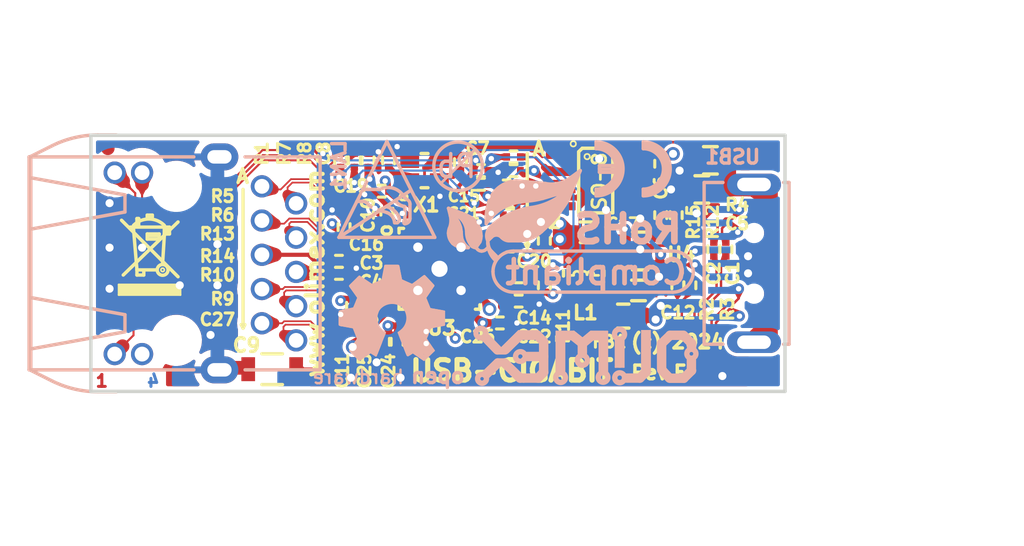
<source format=kicad_pcb>
(kicad_pcb (version 20241229) (generator "pcbnew") (generator_version "9.0")
  (title_block (title "USB-GIGABIT") (date "2024-07-08") (rev "E") (company "Olimex Ltd."))
  (layers (0 "F.Cu" mixed) (4 "In1.Cu" power "In1_GND.Cu") (6 "In2.Cu" power) (2 "B.Cu" mixed) (13 "F.Paste" user) (15 "B.Paste" user) (5 "F.SilkS" user "F.Silkscreen") (7 "B.SilkS" user "B.Silkscreen") (1 "F.Mask" user) (3 "B.Mask" user) (25 "Edge.Cuts" user))
  (net 0 "")
  (net 1 "Net-(LAN1-P5)")
  (net 2 "GND")
  (net 3 "Net-(LAN1-P6)")
  (net 4 "Net-(C5-Pad1)")
  (net 5 "+3V3")
  (net 6 "Net-(U3-CKXTAL1)")
  (net 7 "Net-(U3-CKXTAL2)")
  (net 8 "Net-(C9-Pad1)")
  (net 9 "Net-(U3-VDD5)")
  (net 10 "/V12")
  (net 11 "Net-(LAN1-Pad12)")
  (net 12 "Net-(LAN1-Pad14)")
  (net 13 "Net-(U3-DVDD10_UPS)")
  (net 14 "Net-(U4-LX)")
  (net 15 "Net-(U2-CLK)")
  (net 16 "Net-(U2-DI)")
  (net 17 "Net-(U3-RSET)")
  (net 18 "Net-(U3-XTALDET)")
  (net 19 "Net-(U3-GPIO)")
  (net 20 "Net-(U4-FB)")
  (net 21 "/U3STX_P")
  (net 22 "/U3TX_P")
  (net 23 "/U3STX_N")
  (net 24 "/U3TX_N")
  (net 25 "/VBUS")
  (net 26 "/LED0")
  (net 27 "/LED1")
  (net 28 "/M3_N")
  (net 29 "/M3_P")
  (net 30 "/M2_N")
  (net 31 "/M2_P")
  (net 32 "/M1_N")
  (net 33 "/M1_P")
  (net 34 "/M0_N")
  (net 35 "/M0_P")
  (net 36 "/U2D_P")
  (net 37 "/U2_P")
  (net 38 "/U2D_N")
  (net 39 "/U2_N")
  (net 40 "/U3SRX_N")
  (net 41 "/U3SRX_P")
  (net 44 "Net-(U2-CS)")
  (net 46 "/LED2")
  (footprint "OLIMEX_RLC-FP:C_0402_5MIL_DWS" (layer "F.Cu") (at 101.219 68.961 90)
    (property "Reference" "C2")
    (property "Value" "100nF/10V/X5R /20%/0402")
  )
  (footprint "OLIMEX_RLC-FP:C_0402_5MIL_DWS" (layer "F.Cu") (at 73.406 69.85)
    (property "Reference" "C3")
    (property "Value" "100nF/10V/X5R /20%/0402")
  )
  (footprint "OLIMEX_RLC-FP:C_0402_5MIL_DWS" (layer "F.Cu") (at 73.406 70.739)
    (property "Reference" "C4")
    (property "Value" "100nF/10V/X5R /20%/0402")
  )
  (footprint "OLIMEX_RLC-FP:C_0805_5MIL_DWS" (layer "F.Cu") (at 100.33 64.516 180)
    (property "Reference" "C5")
    (property "Value" "100nF/50V/Y5V/20%")
  )
  (footprint "OLIMEX_RLC-FP:C_0402_5MIL_DWS" (layer "F.Cu") (at 97.282 62.611 90)
    (property "Reference" "C6")
    (property "Value" "NA")
  )
  (footprint "OLIMEX_RLC-FP:C_0402_5MIL_DWS" (layer "F.Cu") (at 82.423 62.484 90)
    (property "Reference" "C7")
    (property "Value" "39pF/C0G/50VDC/0402")
  )
  (footprint "OLIMEX_RLC-FP:C_0402_5MIL_DWS" (layer "F.Cu") (at 77.089 62.357 90)
    (property "Reference" "C8")
    (property "Value" "39pF/C0G/50VDC/0402")
  )
  (footprint "OLIMEX_RLC-FP:C_1206_5MIL_DWS_ISO" (layer "F.Cu") (at 68.453 77.851)
    (property "Reference" "C9")
    (property "Value" "1nF/2000V/10%/X7R/1206")
  )
  (footprint "OLIMEX_RLC-FP:C_0402_5MIL_DWS" (layer "F.Cu") (at 76.962 66.167 -90)
    (property "Reference" "C10")
    (property "Value" "100nF/10V/X5R /20%/0402")
  )
  (footprint "OLIMEX_RLC-FP:C_0402_5MIL_DWS" (layer "F.Cu") (at 75.692 75.819 90)
    (property "Reference" "C11")
    (property "Value" "100nF/10V/X5R /20%/0402")
  )
  (footprint "OLIMEX_RLC-FP:C_0603_5MIL_DWS" (layer "F.Cu") (at 95.631 72.009)
    (property "Reference" "C12")
    (property "Value" "2.2uF/X5R/6.3V/10%/0603")
  )
  (footprint "OLIMEX_RLC-FP:C_0402_5MIL_DWS" (layer "F.Cu") (at 86.741 71.882 180)
    (property "Reference" "C14")
    (property "Value" "100nF/10V/X5R /20%/0402")
  )
  (footprint "OLIMEX_RLC-FP:C_0402_5MIL_DWS" (layer "F.Cu") (at 83.947 63.119 180)
    (property "Reference" "C15")
    (property "Value" "100nF/10V/X5R /20%/0402")
  )
  (footprint "OLIMEX_RLC-FP:C_0402_5MIL_DWS" (layer "F.Cu") (at 73.787 67.31 -90)
    (property "Reference" "C16")
    (property "Value" "100nF/10V/X5R /20%/0402")
  )
  (footprint "OLIMEX_RLC-FP:C_0603_5MIL_DWS" (layer "F.Cu") (at 91.821 67.691)
    (property "Reference" "C17")
    (property "Value" "2.2uF/X5R/6.3V/10%/0603")
  )
  (footprint "OLIMEX_RLC-FP:C_0402_5MIL_DWS" (layer "F.Cu") (at 74.422 73.152 90)
    (property "Reference" "C18")
    (property "Value" "100nF/10V/X5R /20%/0402")
  )
  (footprint "OLIMEX_RLC-FP:C_0402_5MIL_DWS" (layer "F.Cu") (at 76.581 64.643)
    (property "Reference" "C19")
    (property "Value" "100nF/10V/X5R /20%/0402")
  )
  (footprint "OLIMEX_RLC-FP:C_0402_5MIL_DWS" (layer "F.Cu") (at 88.646 68.326 -90)
    (property "Reference" "C20")
    (property "Value" "100nF/10V/X5R /20%/0402")
  )
  (footprint "OLIMEX_RLC-FP:C_0402_5MIL_DWS" (layer "F.Cu") (at 83.947 64.135 180)
    (property "Reference" "C21")
    (property "Value" "100nF/10V/X5R /20%/0402")
  )
  (footprint "OLIMEX_RLC-FP:C_0402_5MIL_DWS" (layer "F.Cu") (at 86.741 72.8)
    (property "Reference" "C22")
    (property "Value" "100nF/10V/X5R /20%/0402")
  )
  (footprint "OLIMEX_RLC-FP:C_0402_5MIL_DWS" (layer "F.Cu") (at 77.724 75.819 90)
    (property "Reference" "C24")
    (property "Value" "100nF/10V/X5R /20%/0402")
  )
  (footprint "OLIMEX_RLC-FP:C_0402_5MIL_DWS" (layer "F.Cu") (at 76.708 75.819 90)
    (property "Reference" "C25")
    (property "Value" "100nF/10V/X5R /20%/0402")
  )
  (footprint "OLIMEX_RLC-FP:C_0402_5MIL_DWS" (layer "F.Cu") (at 85.344 74.422 180)
    (property "Reference" "C26")
    (property "Value" "100nF/10V/X5R /20%/0402")
  )
  (footprint "OLIMEX_RLC-FP:L_0805_5MIL_DWS" (layer "F.Cu") (at 94.488 73.914 180)
    (property "Reference" "FB1")
    (property "Value" " 600OHM/2A/UPZ2012E-601-2R0TF/0805")
  )
  (footprint "OLIMEX_RLC-FP:R_0402_5MIL_DWS" (layer "F.Cu") (at 98.552 71.628 90)
    (property "Reference" "R2")
    (property "Value" "22R/0402")
  )
  (footprint "OLIMEX_RLC-FP:R_0402_5MIL_DWS" (layer "F.Cu") (at 99.441 71.628 90)
    (property "Reference" "R3")
    (property "Value" "22R/0402")
  )
  (footprint "OLIMEX_RLC-FP:R_0805_5MIL_DWS" (layer "F.Cu") (at 100.965 62.357 180)
    (property "Reference" "R4")
    (property "Value" "10R/0805")
  )
  (footprint "OLIMEX_RLC-FP:R_0402_5MIL_DWS" (layer "F.Cu") (at 86.36 62.103)
    (property "Reference" "R5")
    (property "Value" "NA")
  )
  (footprint "OLIMEX_RLC-FP:R_0402_5MIL_DWS" (layer "F.Cu") (at 86.36 63.119 180)
    (property "Reference" "R6")
    (property "Value" "NA")
  )
  (footprint "OLIMEX_RLC-FP:R_0402_5MIL_DWS" (layer "F.Cu") (at 86.106 67.437 180)
    (property "Reference" "R9")
    (property "Value" "2.2K/0402")
  )
  (footprint "OLIMEX_RLC-FP:R_0402_5MIL_DWS" (layer "F.Cu") (at 86.106 66.421 180)
    (property "Reference" "R10")
    (property "Value" "NA")
  )
  (footprint "OLIMEX_RLC-FP:R_0402_5MIL_DWS" (layer "F.Cu") (at 88.646 71.628 -90)
    (property "Reference" "R11")
    (property "Value" "2.2K/0402")
  )
  (footprint "OLIMEX_RLC-FP:R_0402_5MIL_DWS" (layer "F.Cu") (at 85.852 64.262 180)
    (property "Reference" "R13")
    (property "Value" "NA")
  )
  (footprint "OLIMEX_RLC-FP:R_0402_5MIL_DWS" (layer "F.Cu") (at 86.106 65.405)
    (property "Reference" "R14")
    (property "Value" "NA")
  )
  (footprint "OLIMEX_IC-FP:SO-8" (layer "F.Cu") (at 92.456 63.857863 -90)
    (property "Reference" "U2")
    (property "Value" "NA(93LC46)")
  )
  (footprint "OLIMEX_LOGOs-FP:LOGO_RECYCLEBIN_1" (layer "F.Cu") (at 57.023 72.39)
    (property "Reference" "" (hide yes))
    (property "Value" "" (hide yes))
  )
  (footprint "OLIMEX_IC-FP:QFN48-6x6mm-OLIMEX_V2" (layer "F.Cu") (at 80.865988 70.4055 -90)
    (property "Reference" "U3")
    (property "Value" "RTL8153VC-CG")
  )
  (footprint "OLIMEX_Crystal-FP:Oscillator-18.432MHz-3.2x2.5mm" (layer "F.Cu") (at 79.756 63.119)
    (property "Reference" "X1")
    (property "Value" "25MHz/20ppm/20pF/4P/3225")
  )
  (footprint "OLIMEX_RLC-FP:C_0402_5MIL_DWS" (layer "F.Cu") (at 86.106 68.707)
    (property "Reference" "C27")
    (property "Value" "100nF/10V/X5R /20%/0402")
  )
  (footprint "OLIMEX_RLC-FP:R_0402_5MIL_DWS" (layer "F.Cu") (at 74.549 62.357 -90)
    (property "Reference" "R1")
    (property "Value" "1K/0402")
  )
  (footprint "OLIMEX_RLC-FP:R_0402_5MIL_DWS" (layer "F.Cu") (at 73.533 62.357 -90)
    (property "Reference" "R7")
    (property "Value" "1K/0402")
  )
  (footprint "OLIMEX_RLC-FP:R_0402_5MIL_DWS" (layer "F.Cu") (at 75.565 62.357 90)
    (property "Reference" "R8")
    (property "Value" "2.49K/1%/0402")
  )
  (footprint "OLIMEX_RLC-FP:CD32" (layer "F.Cu") (at 91.567 70.739 90)
    (property "Reference" "L1")
    (property "Value" "2.2uH/NRS3015T2R2MNGH")
  )
  (footprint "OLIMEX_RLC-FP:R_0402_5MIL_DWS" (layer "F.Cu") (at 98.425 66.421 90)
    (property "Reference" "R12")
    (property "Value" "1.1K/1%/0402")
  )
  (footprint "OLIMEX_RLC-FP:R_0402_5MIL_DWS" (layer "F.Cu") (at 97.282 66.421 -90)
    (property "Reference" "R15")
    (property "Value" "1.1K/1%/0402")
  )
  (footprint "OLIMEX_IC-FP:SOT-23-5" (layer "F.Cu") (at 95.758 69.088 180)
    (property "Reference" "U4")
    (property "Value" "SY8089AAAC")
  )
  (footprint "OLIMEX_RLC-FP:C_0402_5MIL_DWS" (layer "F.Cu") (at 102.108 68.961 90)
    (property "Reference" "C1")
    (property "Value" "100nF/10V/X5R /20%/0402")
  )
  (footprint "OLIMEX_Other-FP:Fiducial1x3" (layer "F.Cu") (at 56.515 74.295)
    (property "Reference" "FID1" (hide yes))
    (property "Value" "Fiducial" (hide yes))
  )
  (footprint "OLIMEX_Other-FP:Fiducial1x3" (layer "F.Cu") (at 105.029 61.849)
    (property "Reference" "FID2" (hide yes))
    (property "Value" "Fiducial" (hide yes))
  )
  (footprint "OLIMEX_Other-FP:Fiducial1x3_Paste" (layer "F.Cu") (at 56.261 61.468)
    (property "Reference" "FID4" (hide yes))
    (property "Value" "Fiducial" (hide yes))
  )
  (footprint "OLIMEX_Other-FP:Fiducial1x3_Paste" (layer "F.Cu") (at 105.029 78.105)
    (property "Reference" "FID3" (hide yes))
    (property "Value" "Fiducial" (hide yes))
  )
  (footprint "OLIMEX_LOGOs-FP:LOGO_OPENHARDWARE_8x8" (layer "B.Cu") (at 77.343 74.168 180)
    (property "Reference" "" (hide yes))
    (property "Value" "" (hide yes))
  )
  (footprint "OLIMEX_LOGOs-FP:LOGO_PBFREE" (layer "B.Cu") (at 82.042 63.119 180)
    (property "Reference" "")
    (property "Value" "")
  )
  (footprint "OLIMEX_Connectors-FP:TM211Q01FM22" (layer "B.Cu") (at 61.3415 70 -90)
    (property "Reference" "LAN1")
    (property "Value" "TM211Q01FM22(LPJG16402AQNL)")
  )
  (footprint "OLIMEX_Connectors-FP:USB3_A_MALE" (layer "B.Cu") (at 106.85 70 -90)
    (property "Reference" "USB1")
    (property "Value" "USB1065")
  )
  (footprint "OLIMEX_Signs-FP:CE_Sign" (layer "B.Cu") (at 94.234 62.992 180)
    (property "Reference" "Sign_CE" (hide yes))
    (property "Value" "CE_Sign" (hide yes))
  )
  (footprint "OLIMEX_Signs-FP:Sign_Antistatic" (layer "B.Cu") (at 80.518 68.072 180)
    (property "Reference" "Sign_Antistatic" (hide yes))
    (property "Value" "Sign_Antistatic" (hide yes))
  )
  (footprint "OLIMEX_Signs-FP:Logo_OLIMEX_TB" (layer "B.Cu") (at 91.567 76.835 180)
    (property "Reference" "Logo_OLIMEX_TB" (hide yes))
    (property "Value" "Logo_OLIMEX_TB" (hide yes))
  )
  (footprint "OLIMEX_Signs-FP:Sign_RoHS_1" (layer "B.Cu") (at 98.679 71.501 180)
    (property "Reference" "Sign_RoHS_1" (hide yes))
    (property "Value" "Sign_RoHS_1" (hide yes))
  )
  (gr_line (start 87.376 68.834) (end 87.249 68.58) (stroke (width 0.254)) (layer "F.SilkS"))
  (gr_line (start 66.294 74.803) (end 66.167 74.549) (stroke (width 0.254)) (layer "F.SilkS"))
  (gr_line (start 87.249 68.58) (end 87.503 68.58) (stroke (width 0.254)) (layer "F.SilkS"))
  (gr_line (start 87.376 61.849) (end 87.376 68.834) (stroke (width 0.254)) (layer "F.SilkS"))
  (gr_line (start 66.167 74.549) (end 66.421 74.549) (stroke (width 0.254)) (layer "F.SilkS"))
  (gr_line (start 66.294 64.516) (end 66.294 74.803) (stroke (width 0.254)) (layer "F.SilkS"))
  (gr_line (start 87.503 68.58) (end 87.376 68.834) (stroke (width 0.254)) (layer "F.SilkS"))
  (gr_line (start 66.421 74.549) (end 66.294 74.803) (stroke (width 0.254)) (layer "F.SilkS"))
  (gr_line (start 55 79.5) (end 55 60.5) (stroke (width 0.254)) (layer "Edge.Cuts"))
  (gr_line (start 55 60.5) (end 106.5 60.5) (stroke (width 0.254)) (layer "Edge.Cuts"))
  (gr_line (start 106.5 79.5) (end 55 79.5) (stroke (width 0.254)) (layer "Edge.Cuts"))
  (gr_line (start 106.5 60.5) (end 106.5 79.5) (stroke (width 0.254)) (layer "Edge.Cuts"))
  (gr_text "1" (at 55.245 79.248 0) (layer "F.Cu") (effects (font (size 0.889 0.889) (thickness 0.22225) (bold yes)) (justify left bottom)))
  (gr_text "4" (at 60.198 79.248 0) (layer "B.Cu") (effects (font (size 0.889 0.889) (thickness 0.22225) (bold yes)) (justify left bottom mirror)))
  (gr_text "USB-GIGABIT" (at 86.233 77.978 0) (layer "F.SilkS") (effects (font (size 1.524 1.524) (thickness 0.381) (bold yes))))
  (gr_text "(c) 2024\n" (at 98.552 75.819 0) (layer "F.SilkS") (effects (font (size 1.016 1.016) (thickness 0.254) (bold yes))))
  (gr_text "www.olimex.com" (at 71.628 70.739 90) (layer "F.SilkS") (effects (font (size 1.27 1.27) (thickness 0.3048) (bold yes))))
  (gr_text "A" (at 87.63 62.103 0) (layer "F.SilkS") (effects (font (size 1.016 1.016) (thickness 0.254) (bold yes)) (justify left bottom)))
  (gr_text "A" (at 65.659 64.135 0) (layer "F.SilkS") (effects (font (size 1.016 1.016) (thickness 0.254) (bold yes)) (justify left bottom)))
  (gr_text "Rev.E" (at 97.155 78.105 0) (layer "F.SilkS") (effects (font (size 1.016 1.016) (thickness 0.254) (bold yes))))
  (segment (start 71.628 69.85) (end 71.143 69.365) (width 0.3048) (layer "F.Cu") (net 1))
  (segment (start 72.898 69.85) (end 71.628 69.85) (width 0.3048) (layer "F.Cu") (net 1))
  (segment (start 67.6915 69.365) (end 68.6538 69.365) (width 1.016) (layer "F.Cu") (net 1))
  (segment (start 68.6538 69.365) (end 71.143 69.365) (width 0.3048) (layer "F.Cu") (net 1))
  (segment (start 93.472 66.675) (end 93.5482 66.5988) (width 0.508) (layer "F.Cu") (net 2))
  (segment (start 79.883 75.057) (end 80.265988 74.674012) (width 0.1999) (layer "F.Cu") (net 2))
  (segment (start 79.865988 73.389) (end 79.865988 75.039988) (width 0.1999) (layer "F.Cu") (net 2))
  (segment (start 85.09 63.119) (end 85.217 63.246) (width 0.508) (layer "F.Cu") (net 2))
  (segment (start 93.495137 65.762863) (end 93.218 66.04) (width 0.508) (layer "F.Cu") (net 2))
  (segment (start 86.868 66.675) (end 86.614 66.421) (width 0.508) (layer "F.Cu") (net 2))
  (segment (start 80.856 63.919) (end 80.899 63.962) (width 0.762) (layer "F.Cu") (net 2))
  (segment (start 83.065988 69.4055) (end 82.465988 68.8055) (width 0.2032) (layer "F.Cu") (net 2))
  (segment (start 95.056 65.762863) (end 93.495137 65.762863) (width 0.508) (layer "F.Cu") (net 2))
  (segment (start 93.5482 66.5988) (end 95.6818 66.5988) (width 0.508) (layer "F.Cu") (net 2))
  (segment (start 88.138 66.675) (end 86.868 66.675) (width 0.508) (layer "F.Cu") (net 2))
  (segment (start 103.251 61.5) (end 102.759 61.008) (width 0.2032) (layer "F.Cu") (net 2))
  (segment (start 78.656 62.319) (end 78.186 61.849) (width 0.508) (layer "F.Cu") (net 2))
  (segment (start 79.865988 75.039988) (end 79.883 75.057) (width 0.254) (layer "F.Cu") (net 2))
  (segment (start 97.282 63.119) (end 97.155 63.119) (width 0.254) (layer "F.Cu") (net 2))
  (segment (start 75.565 61.849) (end 75.565 61.087) (width 0.254) (layer "F.Cu") (net 2))
  (segment (start 98.679 64.516) (end 98.679 63.119) (width 1.016) (layer "F.Cu") (net 2))
  (segment (start 78.232 61.895) (end 78.232 61.214) (width 0.508) (layer "F.Cu") (net 2))
  (segment (start 82.9374 61.9696) (end 83.185 61.722) (width 0.1524) (layer "F.Cu") (net 2))
  (segment (start 81.2496 63.5254) (end 81.8896 63.5254) (width 0.4064) (layer "F.Cu") (net 2))
  (segment (start 75.692 76.327) (end 76.2 76.327) (width 0.508) (layer "F.Cu") (net 2))
  (segment (start 95.758 65.762863) (end 95.758 66.675) (width 0.508) (layer "F.Cu") (net 2))
  (segment (start 83.849488 69.4055) (end 83.065988 69.4055) (width 0.2032) (layer "F.Cu") (net 2))
  (segment (start 80.265988 74.674012) (end 80.265988 73.389) (width 0.1999) (layer "F.Cu") (net 2))
  (segment (start 79.883 75.057) (end 79.883 75.946) (width 0.762) (layer "F.Cu") (net 2))
  (segment (start 73.787 66.802) (end 73.025 66.04) (width 0.4064) (layer "F.Cu") (net 2))
  (segment (start 78.656 62.319) (end 78.232 61.895) (width 0.508) (layer "F.Cu") (net 2))
  (segment (start 99.568 62.357) (end 98.806 63.119) (width 1.016) (layer "F.Cu") (net 2))
  (segment (start 86.614 68.707) (end 87.0204 68.707) (width 0.254) (layer "F.Cu") (net 2))
  (segment (start 85.344 63.119) (end 85.217 63.246) (width 0.508) (layer "F.Cu") (net 2))
  (segment (start 91.694 61.214) (end 92.71 62.23) (width 0.508) (layer "F.Cu") (net 2))
  (segment (start 79.865988 73.3255) (end 79.865988 71.7355) (width 0.1999) (layer "F.Cu") (net 2))
  (segment (start 77.724 61.341) (end 77.851 61.214) (width 0.508) (layer "F.Cu") (net 2))
  (segment (start 77.47 61.087) (end 77.724 61.341) (width 0.254) (layer "F.Cu") (net 2))
  (segment (start 74.041 78.232) (end 74.295 78.486) (width 1.016) (layer "F.Cu") (net 2))
  (segment (start 95.631 69.088) (end 94.458 69.088) (width 0.508) (layer "F.Cu") (net 2))
  (segment (start 99.06 65.913) (end 99.314 65.659) (width 0.508) (layer "F.Cu") (net 2))
  (segment (start 86.614 69.1388) (end 86.3473 69.4055) (width 0.2032) (layer "F.Cu") (net 2))
  (segment (start 86.614 68.707) (end 86.614 69.1388) (width 0.2032) (layer "F.Cu") (net 2))
  (segment (start 93.218 66.421) (end 93.472 66.675) (width 0.508) (layer "F.Cu") (net 2))
  (segment (start 86.614 69.1134) (end 87.0204 68.707) (width 0.2032) (layer "F.Cu") (net 2))
  (segment (start 76.2 77.343) (end 76.2 76.327) (width 0.508) (layer "F.Cu") (net 2))
  (segment (start 99.822 61.008) (end 99.949 61.135) (width 0.2032) (layer "F.Cu") (net 2))
  (segment (start 87.0204 68.707) (end 87.757 68.707) (width 0.254) (layer "F.Cu") (net 2))
  (segment (start 76.454 61.849) (end 76.327 61.722) (width 0.508) (layer "F.Cu") (net 2))
  (segment (start 81.865988 73.3255) (end 81.865988 71.7355) (width 0.1999) (layer "F.Cu") (net 2))
  (segment (start 93.218 66.04) (end 93.218 66.421) (width 0.508) (layer "F.Cu") (net 2))
  (segment (start 82.423 62.992) (end 82.9374 62.4776) (width 0.1524) (layer "F.Cu") (net 2))
  (segment (start 98.044 64.516) (end 99.314 64.516) (width 1.016) (layer "F.Cu") (net 2))
  (segment (start 76.327 61.722) (end 76.327 61.087) (width 0.254) (layer "F.Cu") (net 2))
  (segment (start 75.692 61.722) (end 75.565 61.849) (width 0.508) (layer "F.Cu") (net 2))
  (segment (start 99.314 64.516) (end 98.679 64.516) (width 1.016) (layer "F.Cu") (net 2))
  (segment (start 92.71 67.437) (end 93.472 66.675) (width 0.508) (layer "F.Cu") (net 2))
  (segment (start 76.2 64.897) (end 75.311 64.897) (width 0.508) (layer "F.Cu") (net 2))
  (segment (start 96.0374 68.6816) (end 97.7646 68.6816) (width 0.2032) (layer "F.Cu") (net 2))
  (segment (start 95.6818 66.5988) (end 95.758 66.675) (width 0.508) (layer "F.Cu") (net 2))
  (segment (start 88.646 67.183) (end 88.392 66.929) (width 0.508) (layer "F.Cu") (net 2))
  (segment (start 70.612 78.232) (end 74.041 78.232) (width 1.016) (layer "F.Cu") (net 2))
  (segment (start 80.265988 72.1355) (end 79.700988 71.5705) (width 0.1999) (layer "F.Cu") (net 2))
  (segment (start 87.757 68.707) (end 88.646 67.818) (width 0.254) (layer "F.Cu") (net 2))
  (segment (start 88.392 66.929) (end 88.138 66.675) (width 0.508) (layer "F.Cu") (net 2))
  (segment (start 81.8896 63.5254) (end 82.423 62.992) (width 0.4064) (layer "F.Cu") (net 2))
  (segment (start 86.614 65.405) (end 86.614 66.421) (width 0.4064) (layer "F.Cu") (net 2))
  (segment (start 82.9374 62.4776) (end 82.9374 61.9696) (width 0.1524) (layer "F.Cu") (net 2))
  (segment (start 79.865988 71.7355) (end 79.700988 71.5705) (width 0.1999) (layer "F.Cu") (net 2))
  (segment (start 78.232 61.214) (end 91.694 61.214) (width 0.508) (layer "F.Cu") (net 2))
  (segment (start 92.71 67.691) (end 92.71 67.437) (width 0.508) (layer "F.Cu") (net 2))
  (segment (start 98.425 65.913) (end 99.06 65.913) (width 0.508) (layer "F.Cu") (net 2))
  (segment (start 86.614 68.8594) (end 86.614 68.707) (width 0.2032) (layer "F.Cu") (net 2))
  (segment (start 76.327 61.087) (end 77.47 61.087) (width 0.254) (layer "F.Cu") (net 2))
  (segment (start 73.914 70.739) (end 73.914 70.358) (width 0.508) (layer "F.Cu") (net 2))
  (segment (start 88.265 73.025) (end 88.04 72.8) (width 0.254) (layer "F.Cu") (net 2))
  (segment (start 80.265988 73.3255) (end 80.265988 72.1355) (width 0.1999) (layer "F.Cu") (net 2))
  (segment (start 98.806 63.119) (end 98.679 63.119) (width 1.016) (layer "F.Cu") (net 2))
  (segment (start 74.6945 70.358) (end 73.914 70.358) (width 0.508) (layer "F.Cu") (net 2))
  (segment (start 99.822 61.008) (end 97.5 61.008) (width 0.2032) (layer "F.Cu") (net 2))
  (segment (start 95.758 68.961) (end 95.631 69.088) (width 0.508) (layer "F.Cu") (net 2))
  (segment (start 76.962 65.659) (end 76.073 64.77) (width 0.4064) (layer "F.Cu") (net 2))
  (segment (start 101.346 78.867) (end 101.854 78.359) (width 0.4064) (layer "F.Cu") (net 2))
  (segment (start 77.851 61.214) (end 78.232 61.214) (width 0.508) (layer "F.Cu") (net 2))
  (segment (start 80.899 63.962) (end 80.899 65.024) (width 0.762) (layer "F.Cu") (net 2))
  (segment (start 76.2 76.327) (end 76.708 76.327) (width 0.508) (layer "F.Cu") (net 2))
  (segment (start 81.865988 71.7355) (end 82.030988 71.5705) (width 0.1999) (layer "F.Cu") (net 2))
  (segment (start 76.073 64.77) (end 76.073 64.643) (width 0.508) (layer "F.Cu") (net 2))
  (segment (start 95.758 68.961) (end 96.0374 68.6816) (width 0.2032) (layer "F.Cu") (net 2))
  (segment (start 70.231 77.851) (end 70.612 78.232) (width 1.016) (layer "F.Cu") (net 2))
  (segment (start 73.025 66.04) (end 72.898 66.04) (width 0.4064) (layer "F.Cu") (net 2))
  (segment (start 76.327 61.722) (end 75.692 61.722) (width 0.508) (layer "F.Cu") (net 2))
  (segment (start 82.195988 69.4055) (end 82.030988 69.2405) (width 0.1999) (layer "F.Cu") (net 2))
  (segment (start 99.949 61.135) (end 99.949 62.357) (width 0.2032) (layer "F.Cu") (net 2))
  (segment (start 103.759 69.469) (end 103.759 70.739) (width 1.016) (layer "F.Cu") (net 2))
  (segment (start 86.3473 69.4055) (end 86.0679 69.4055) (width 0.2032) (layer "F.Cu") (net 2))
  (segment (start 73.66 73.66) (end 74.422 73.66) (width 0.4064) (layer "F.Cu") (net 2))
  (segment (start 73.914 70.358) (end 73.914 69.85) (width 0.508) (layer "F.Cu") (net 2))
  (segment (start 96.647 62.611) (end 96.393 62.611) (width 0.254) (layer "F.Cu") (net 2))
  (segment (start 97.282 63.119) (end 98.679 63.119) (width 0.508) (layer "F.Cu") (net 2))
  (segment (start 99.314 65.659) (end 99.949 66.294) (width 1.016) (layer "F.Cu") (net 2))
  (segment (start 78.186 61.849) (end 77.089 61.849) (width 0.508) (layer "F.Cu") (net 2))
  (segment (start 83.849488 69.4055) (end 86.0679 69.4055) (width 0.2032) (layer "F.Cu") (net 2))
  (segment (start 80.856 63.919) (end 81.2496 63.5254) (width 0.4064) (layer "F.Cu") (net 2))
  (segment (start 99.314 64.516) (end 99.314 65.659) (width 1.016) (layer "F.Cu") (net 2))
  (segment (start 88.04 72.8) (end 87.249 72.8) (width 0.254) (layer "F.Cu") (net 2))
  (segment (start 102.759 61.008) (end 99.822 61.008) (width 0.2032) (layer "F.Cu") (net 2))
  (segment (start 97.155 70.993) (end 97.155 71.374) (width 0.762) (layer "F.Cu") (net 2))
  (segment (start 88.646 67.818) (end 88.646 67.183) (width 0.508) (layer "F.Cu") (net 2))
  (segment (start 75.565 61.087) (end 69.342 61.087) (width 0.254) (layer "F.Cu") (net 2))
  (segment (start 76.327 61.722) (end 76.327 63.0936) (width 0.254) (layer "F.Cu") (net 2))
  (segment (start 76.708 76.327) (end 77.724 76.327) (width 0.508) (layer "F.Cu") (net 2))
  (segment (start 94.458 69.088) (end 93.98 69.088) (width 0.4064) (layer "F.Cu") (net 2))
  (segment (start 97.155 63.119) (end 96.647 62.611) (width 0.254) (layer "F.Cu") (net 2))
  (segment (start 99.949 62.357) (end 99.568 62.357) (width 1.016) (layer "F.Cu") (net 2))
  (segment (start 86.0679 69.4055) (end 86.614 68.8594) (width 0.2032) (layer "F.Cu") (net 2))
  (segment (start 84.455 63.119) (end 85.09 63.119) (width 0.508) (layer "F.Cu") (net 2))
  (segment (start 77.978 78.486) (end 78.359 78.867) (width 0.4064) (layer "F.Cu") (net 2))
  (segment (start 85.852 63.119) (end 85.344 63.119) (width 0.508) (layer "F.Cu") (net 2))
  (segment (start 78.359 78.867) (end 101.346 78.867) (width 0.4064) (layer "F.Cu") (net 2))
  (segment (start 86.614 69.1388) (end 86.614 69.1134) (width 0.2032) (layer "F.Cu") (net 2))
  (segment (start 95.758 66.675) (end 95.758 68.961) (width 1.016) (layer "F.Cu") (net 2))
  (segment (start 75.565 61.087) (end 76.327 61.087) (width 0.254) (layer "F.Cu") (net 2))
  (segment (start 84.455 64.135) (end 84.455 63.119) (width 0.4064) (layer "F.Cu") (net 2))
  (segment (start 92.71 67.818) (end 92.71 67.691) (width 0.4064) (layer "F.Cu") (net 2))
  (segment (start 77.089 61.849) (end 76.454 61.849) (width 0.508) (layer "F.Cu") (net 2))
  (segment (start 73.533 73.787) (end 73.66 73.66) (width 0.4064) (layer "F.Cu") (net 2))
  (segment (start 93.98 69.088) (end 92.71 67.818) (width 0.4064) (layer "F.Cu") (net 2))
  (segment (start 95.056 65.762863) (end 95.758 65.762863) (width 0.508) (layer "F.Cu") (net 2))
  (segment (start 97.155 71.374) (end 96.52 72.009) (width 0.762) (layer "F.Cu") (net 2))
  (segment (start 86.614 74.422) (end 85.852 74.422) (width 0.4064) (layer "F.Cu") (net 2))
  (via (at 79.883 75.946) (size 0.8) (drill 0.4) (layers "F.Cu" "B.Cu") (net 2))
  (via (at 95.758 68.961) (size 1) (drill 0.6) (layers "F.Cu" "B.Cu") (net 2))
  (via (at 98.044 64.516) (size 1) (drill 0.6) (layers "F.Cu" "B.Cu") (net 2))
  (via (at 97.155 70.993) (size 1) (drill 0.6) (layers "F.Cu" "B.Cu") (net 2))
  (via (at 98.679 63.119) (size 1) (drill 0.6) (layers "F.Cu" "B.Cu") (net 2))
  (via (at 92.71 62.23) (size 1) (drill 0.6) (layers "F.Cu" "B.Cu") (net 2))
  (via (at 80.899 65.024) (size 0.8) (drill 0.4) (layers "F.Cu" "B.Cu") (net 2))
  (via (at 72.898 66.04) (size 0.8) (drill 0.4) (layers "F.Cu" "B.Cu") (net 2))
  (via (at 95.758 66.675) (size 1) (drill 0.6) (layers "F.Cu" "B.Cu") (net 2))
  (via (at 93.218 66.04) (size 1) (drill 0.6) (layers "F.Cu" "B.Cu") (net 2))
  (via (at 76.2 77.343) (size 1) (drill 0.6) (layers "F.Cu" "B.Cu") (net 2))
  (via (at 101.854 78.359) (size 1) (drill 0.6) (layers "F.Cu" "B.Cu") (net 2))
  (via (at 99.949 66.294) (size 1) (drill 0.6) (layers "F.Cu" "B.Cu") (net 2))
  (via (at 74.295 78.486) (size 1) (drill 0.6) (layers "F.Cu" "B.Cu") (net 2))
  (via (at 76.327 61.722) (size 0.8) (drill 0.4) (layers "F.Cu" "B.Cu") (net 2))
  (via (at 79.883 75.057) (size 0.8) (drill 0.4) (layers "F.Cu" "B.Cu") (net 2))
  (via (at 73.533 73.787) (size 0.8) (drill 0.4) (layers "F.Cu" "B.Cu") (net 2))
  (via (at 77.724 61.341) (size 0.8) (drill 0.4) (layers "F.Cu" "B.Cu") (net 2))
  (via (at 75.311 64.897) (size 0.8) (drill 0.4) (layers "F.Cu" "B.Cu") (net 2))
  (via (at 74.6945 70.358) (size 0.8) (drill 0.4) (layers "F.Cu" "B.Cu") (net 2))
  (via (at 103.759 70.739) (size 1) (drill 0.6) (layers "F.Cu" "B.Cu") (net 2))
  (via (at 88.265 73.025) (size 0.8) (drill 0.4) (layers "F.Cu" "B.Cu") (net 2))
  (via (at 88.392 66.929) (size 1) (drill 0.6) (layers "F.Cu" "B.Cu") (net 2))
  (via (at 86.614 74.422) (size 0.8) (drill 0.4) (layers "F.Cu" "B.Cu") (net 2))
  (via (at 85.217 63.246) (size 0.8) (drill 0.4) (layers "F.Cu" "B.Cu") (net 2))
  (via (at 77.978 78.486) (size 1) (drill 0.6) (layers "F.Cu" "B.Cu") (net 2))
  (via (at 103.759 69.469) (size 1) (drill 0.6) (layers "F.Cu" "B.Cu") (net 2))
  (segment (start 103.759 69.977) (end 103.759 70.739) (width 1.016) (layer "B.Cu") (net 2))
  (segment (start 103.736 70) (end 103.759 69.977) (width 0.508) (layer "B.Cu") (net 2))
  (segment (start 103.759 69.469) (end 103.759 69.977) (width 1.016) (layer "B.Cu") (net 2))
  (segment (start 101.7 70) (end 103.736 70) (width 0.508) (layer "B.Cu") (net 2))
  (segment (start 100.655 67) (end 101.7035 67) (width 0.508) (layer "B.Cu") (net 2))
  (segment (start 99.949 66.294) (end 100.655 67) (width 0.508) (layer "B.Cu") (net 2))
  (segment (start 70.3355 70.739) (end 71.12 70.739) (width 1.016) (layer "F.Cu") (net 3))
  (segment (start 72.898 70.739) (end 71.12 70.739) (width 0.3048) (layer "F.Cu") (net 3))
  (segment (start 70.2315 70.635) (end 70.3355 70.739) (width 1.016) (layer "F.Cu") (net 3))
  (segment (start 102.108 62.484) (end 102.108 64.15) (width 1.524) (layer "F.Cu") (net 4))
  (segment (start 105.458 64.087) (end 105.458 75.85) (width 1.016) (layer "F.Cu") (net 4))
  (segment (start 104.2 64.15) (end 104.263 64.087) (width 1.016) (layer "F.Cu") (net 4))
  (segment (start 104.2 64.15) (end 102.108 64.15) (width 1.016) (layer "F.Cu") (net 4))
  (segment (start 104.263 64.087) (end 105.458 64.087) (width 1.016) (layer "F.Cu") (net 4))
  (segment (start 103.834 64.516) (end 104.2 64.15) (width 1.016) (layer "F.Cu") (net 4))
  (segment (start 101.346 64.516) (end 103.834 64.516) (width 1.016) (layer "F.Cu") (net 4))
  (segment (start 105.458 75.85) (end 104.2 75.85) (width 1.016) (layer "F.Cu") (net 4))
  (segment (start 101.981 62.357) (end 102.108 62.484) (width 1.016) (layer "F.Cu") (net 4))
  (segment (start 86.5124 67.818) (end 86.4489 67.7545) (width 0.508) (layer "F.Cu") (net 5))
  (segment (start 89.281 72.263) (end 89.154 72.136) (width 0.508) (layer "F.Cu") (net 5))
  (segment (start 78.665988 67.422) (end 78.650988 67.437) (width 0.2032) (layer "F.Cu") (net 5))
  (segment (start 98.19523 61.87323) (end 97.96546 62.103) (width 0.508) (layer "F.Cu") (net 5))
  (segment (start 85.4965 68.6055) (end 85.598 68.707) (width 0.2032) (layer "F.Cu") (net 5))
  (segment (start 77.978 68.109988) (end 77.978 67.437) (width 0.3048) (layer "F.Cu") (net 5))
  (segment (start 97.96546 62.103) (end 97.282 62.103) (width 0.508) (layer "F.Cu") (net 5))
  (segment (start 83.849488 68.6055) (end 85.4965 68.6055) (width 0.2032) (layer "F.Cu") (net 5))
  (segment (start 87.63 71.247) (end 88.519 72.136) (width 0.254) (layer "F.Cu") (net 5))
  (segment (start 86.233 71.882) (end 86.0552 71.882) (width 0.254) (layer "F.Cu") (net 5))
  (segment (start 89.154 72.136) (end 88.646 72.136) (width 0.508) (layer "F.Cu") (net 5))
  (segment (start 83.439 62.484) (end 83.566 62.357) (width 0.508) (layer "F.Cu") (net 5))
  (segment (start 77.978 68.109988) (end 77.882488 68.2055) (width 0.2032) (layer "F.Cu") (net 5))
  (segment (start 86.4489 67.7545) (end 86.614 67.5894) (width 0.508) (layer "F.Cu") (net 5))
  (segment (start 75.311 75.311) (end 75.692 75.311) (width 0.508) (layer "F.Cu") (net 5))
  (segment (start 86.614 67.5894) (end 85.598 68.6054) (width 0.508) (layer "F.Cu") (net 5))
  (segment (start 82.296 64.643) (end 82.296 64.262) (width 0.3048) (layer "F.Cu") (net 5))
  (segment (start 86.614 67.437) (end 86.614 67.5894) (width 0.508) (layer "F.Cu") (net 5))
  (segment (start 84.582 73.152) (end 84.201 72.771) (width 0.508) (layer "F.Cu") (net 5))
  (segment (start 84.014988 72.771) (end 84.201 72.771) (width 0.2032) (layer "F.Cu") (net 5))
  (segment (start 84.582 73.395497) (end 84.575985 73.395497) (width 0.1999) (layer "F.Cu") (net 5))
  (segment (start 78.613 67.437) (end 77.978 67.437) (width 0.3048) (layer "F.Cu") (net 5))
  (segment (start 86.0552 71.882) (end 85.5787 71.4055) (width 0.3048) (layer "F.Cu") (net 5))
  (segment (start 83.849488 69.0055) (end 85.2995 69.0055) (width 0.2032) (layer "F.Cu") (net 5))
  (segment (start 80.665988 66.255206) (end 80.665988 67.4855) (width 0.2032) (layer "F.Cu") (net 5))
  (segment (start 76.962 66.675) (end 77.216 66.675) (width 0.508) (layer "F.Cu") (net 5))
  (segment (start 86.233 71.882) (end 86.868 71.247) (width 0.254) (layer "F.Cu") (net 5))
  (segment (start 95.056 61.952863) (end 97.131863 61.952863) (width 0.508) (layer "F.Cu") (net 5))
  (segment (start 78.650988 67.437) (end 78.613 67.437) (width 0.2032) (layer "F.Cu") (net 5))
  (segment (start 75.692 75.311) (end 75.692 74.93) (width 0.4064) (layer "F.Cu") (net 5))
  (segment (start 77.597 73.025) (end 77.597 72.7456) (width 0.4064) (layer "F.Cu") (net 5))
  (segment (start 74.422 76.2) (end 75.311 75.311) (width 0.508) (layer "F.Cu") (net 5))
  (segment (start 82.296 64.262) (end 83.439 63.119) (width 0.3048) (layer "F.Cu") (net 5))
  (segment (start 87.376 67.818) (end 86.5124 67.818) (width 0.508) (layer "F.Cu") (net 5))
  (segment (start 85.5787 71.4055) (end 83.785988 71.4055) (width 0.1999) (layer "F.Cu") (net 5))
  (segment (start 97.131863 61.952863) (end 97.282 62.103) (width 0.508) (layer "F.Cu") (net 5))
  (segment (start 84.582 73.395497) (end 84.582 73.152) (width 0.508) (layer "F.Cu") (net 5))
  (segment (start 85.2995 69.0055) (end 85.598 68.707) (width 0.2032) (layer "F.Cu") (net 5))
  (segment (start 85.598 68.6054) (end 85.598 68.707) (width 0.508) (layer "F.Cu") (net 5))
  (segment (start 86.868 71.247) (end 87.63 71.247) (width 0.254) (layer "F.Cu") (net 5))
  (segment (start 82.296 64.643) (end 82.278194 64.643) (width 0.2032) (layer "F.Cu") (net 5))
  (segment (start 88.519 72.136) (end 88.646 72.136) (width 0.254) (layer "F.Cu") (net 5))
  (segment (start 83.849488 72.6055) (end 84.014988 72.771) (width 0.2032) (layer "F.Cu") (net 5))
  (segment (start 83.439 63.119) (end 83.439 62.484) (width 0.508) (layer "F.Cu") (net 5))
  (segment (start 76.073 65.913) (end 76.835 66.675) (width 0.508) (layer "F.Cu") (net 5))
  (segment (start 77.882488 72.6055) (end 77.742388 72.7456) (width 0.2032) (layer "F.Cu") (net 5))
  (segment (start 86.36 64.262) (end 86.995 64.262) (width 0.508) (layer "F.Cu") (net 5))
  (segment (start 77.216 66.675) (end 77.978 67.437) (width 0.508) (layer "F.Cu") (net 5))
  (segment (start 82.278194 64.643) (end 80.665988 66.255206) (width 0.254) (layer "F.Cu") (net 5))
  (segment (start 76.835 66.675) (end 76.962 66.675) (width 0.508) (layer "F.Cu") (net 5))
  (segment (start 77.742388 72.7456) (end 77.597 72.7456) (width 0.2032) (layer "F.Cu") (net 5))
  (segment (start 75.692 74.93) (end 77.597 73.025) (width 0.4064) (layer "F.Cu") (net 5))
  (via (at 89.281 72.263) (size 0.8) (drill 0.4) (layers "F.Cu" "B.Cu") (net 5))
  (via (at 83.566 62.357) (size 0.8) (drill 0.4) (layers "F.Cu" "B.Cu") (net 5))
  (via (at 84.582 73.395497) (size 1) (drill 0.6) (layers "F.Cu" "B.Cu") (net 5))
  (via (at 74.422 76.2) (size 1) (drill 0.6) (layers "F.Cu" "B.Cu") (net 5))
  (via (at 76.073 65.913) (size 0.8) (drill 0.4) (layers "F.Cu" "B.Cu") (net 5))
  (via (at 98.19523 61.87323) (size 1) (drill 0.6) (layers "F.Cu" "B.Cu") (net 5))
  (via (at 87.376 67.818) (size 1) (drill 0.6) (layers "F.Cu" "B.Cu") (net 5))
  (via (at 86.995 64.262) (size 0.8) (drill 0.4) (layers "F.Cu" "B.Cu") (net 5))
  (segment (start 80.429 62.319) (end 80.856 62.319) (width 0.508) (layer "F.Cu") (net 6))
  (segment (start 80.856 62.319) (end 81.199 61.976) (width 0.508) (layer "F.Cu") (net 6))
  (segment (start 79.8322 62.9158) (end 80.429 62.319) (width 0.508) (layer "F.Cu") (net 6))
  (segment (start 81.01 62.3698) (end 80.9592 62.319) (width 0.15494) (layer "F.Cu") (net 6))
  (segment (start 80.811678 62.3698) (end 80.856 62.325478) (width 0.3048) (layer "F.Cu") (net 6))
  (segment (start 80.856 62.325478) (end 80.856 62.319) (width 0.3048) (layer "F.Cu") (net 6))
  (segment (start 79.8322 62.9158) (end 79.756 62.992) (width 0.2032) (layer "F.Cu") (net 6))
  (segment (start 81.199 61.976) (end 82.423 61.976) (width 0.508) (layer "F.Cu") (net 6))
  (segment (start 79.756 62.992) (end 79.756 65.024) (width 0.2032) (layer "F.Cu") (net 6))
  (segment (start 80.9592 62.319) (end 80.856 62.319) (width 0.15494) (layer "F.Cu") (net 6))
  (segment (start 79.756 65.024) (end 80.265988 65.533988) (width 0.2032) (layer "F.Cu") (net 6))
  (segment (start 80.265988 65.533988) (end 80.265988 67.422) (width 0.2032) (layer "F.Cu") (net 6))
  (segment (start 79.121 65.151) (end 79.865988 65.895988) (width 0.2032) (layer "F.Cu") (net 7))
  (segment (start 78.681512 63.919) (end 78.656 63.919) (width 0.3048) (layer "F.Cu") (net 7))
  (segment (start 77.7494 63.5254) (end 77.089 62.865) (width 0.4064) (layer "F.Cu") (net 7))
  (segment (start 79.865988 65.895988) (end 79.865988 67.422) (width 0.2032) (layer "F.Cu") (net 7))
  (segment (start 78.656 63.919) (end 78.2624 63.5254) (width 0.4064) (layer "F.Cu") (net 7))
  (segment (start 78.2624 63.5254) (end 77.7494 63.5254) (width 0.4064) (layer "F.Cu") (net 7))
  (segment (start 79.121 64.384) (end 78.656 63.919) (width 0.508) (layer "F.Cu") (net 7))
  (segment (start 79.121 64.77) (end 79.121 64.384) (width 0.508) (layer "F.Cu") (net 7))
  (segment (start 79.121 64.77) (end 79.121 65.151) (width 0.2032) (layer "F.Cu") (net 7))
  (segment (start 66.571 77.747) (end 66.675 77.851) (width 0.762) (layer "F.Cu") (net 8))
  (segment (start 64.3895 77.747) (end 66.571 77.747) (width 1.016) (layer "F.Cu") (net 8))
  (via (at 64.389 71.628) (size 1) (drill 0.6) (layers "F.Cu" "B.Cu") (net 8))
  (via (at 61.595 71.628) (size 1) (drill 0.6) (layers "F.Cu" "B.Cu") (net 8))
  (via (at 63.881 75.311) (size 1) (drill 0.6) (layers "F.Cu" "B.Cu") (net 8))
  (via (at 64.389 68.58) (size 1) (drill 0.6) (layers "F.Cu" "B.Cu") (net 8))
  (via (at 56.388 71.882) (size 1) (drill 0.6) (layers "F.Cu" "B.Cu") (net 8))
  (via (at 56.388 68.834) (size 1) (drill 0.6) (layers "F.Cu" "B.Cu") (net 8))
  (via (at 56.388 65.532) (size 1) (drill 0.6) (layers "F.Cu" "B.Cu") (net 8))
  (via (at 58.801 68.834) (size 1) (drill 0.6) (layers "F.Cu" "B.Cu") (net 8))
  (segment (start 64.5415 62.1) (end 64.389 62.2525) (width 1.016) (layer "B.Cu") (net 8))
  (segment (start 64.389 62.2525) (end 64.389 77.7475) (width 1.016) (layer "B.Cu") (net 8))
  (segment (start 64.389 77.7475) (end 64.5415 77.9) (width 1.016) (layer "B.Cu") (net 8))
  (segment (start 96.459 70.038) (end 97.058 70.038) (width 0.254) (layer "F.Cu") (net 9))
  (segment (start 84.8868 72.3138) (end 85.471 72.898) (width 0.508) (layer "F.Cu") (net 9))
  (segment (start 94.742 72.009) (end 94.742 72.263) (width 0.762) (layer "F.Cu") (net 9))
  (segment (start 96.393 70.104) (end 96.459 70.038) (width 0.254) (layer "F.Cu") (net 9))
  (segment (start 85.7885 73.533) (end 87.249 73.533) (width 0.508) (layer "F.Cu") (net 9))
  (segment (start 85.471 72.898) (end 85.471 73.2155) (width 0.508) (layer "F.Cu") (net 9))
  (segment (start 93.472 73.533) (end 93.472 73.914) (width 0.762) (layer "F.Cu") (net 9))
  (segment (start 94.742 72.263) (end 93.472 73.533) (width 0.762) (layer "F.Cu") (net 9))
  (segment (start 84.8868 72.3138) (end 84.7785 72.2055) (width 0.1999) (layer "F.Cu") (net 9))
  (segment (start 87.249 73.533) (end 87.503 73.787) (width 0.508) (layer "F.Cu") (net 9))
  (segment (start 97.282 69.814) (end 97.282 69.342) (width 0.508) (layer "F.Cu") (net 9))
  (segment (start 87.884 74.168) (end 93.218 74.168) (width 0.762) (layer "F.Cu") (net 9))
  (segment (start 93.218 74.168) (end 93.472 73.914) (width 0.762) (layer "F.Cu") (net 9))
  (segment (start 94.458 68.138) (end 94.615 67.981) (width 0.508) (layer "F.Cu") (net 9))
  (segment (start 94.615 67.981) (end 94.615 67.4555) (width 0.508) (layer "F.Cu") (net 9))
  (segment (start 96.393 70.104) (end 94.742 71.755) (width 0.762) (layer "F.Cu") (net 9))
  (segment (start 97.058 70.038) (end 97.282 69.814) (width 0.508) (layer "F.Cu") (net 9))
  (segment (start 94.742 71.755) (end 94.742 72.009) (width 0.762) (layer "F.Cu") (net 9))
  (segment (start 87.503 73.787) (end 87.884 74.168) (width 0.762) (layer "F.Cu") (net 9))
  (segment (start 85.471 73.2155) (end 85.7885 73.533) (width 0.508) (layer "F.Cu") (net 9))
  (segment (start 84.7785 72.2055) (end 83.785988 72.2055) (width 0.1999) (layer "F.Cu") (net 9))
  (via (at 94.615 67.4555) (size 0.8) (drill 0.4) (layers "F.Cu" "B.Cu") (net 9))
  (via (at 97.282 69.342) (size 0.8) (drill 0.4) (layers "F.Cu" "B.Cu") (net 9))
  (segment (start 95.1045 67.945) (end 94.615 67.4555) (width 0.3048) (layer "B.Cu") (net 9))
  (segment (start 97.282 69.088) (end 96.139 67.945) (width 0.3048) (layer "B.Cu") (net 9))
  (segment (start 96.139 67.945) (end 95.1045 67.945) (width 0.3048) (layer "B.Cu") (net 9))
  (segment (start 97.282 69.342) (end 97.282 69.088) (width 0.3048) (layer "B.Cu") (net 9))
  (segment (start 81.465988 73.389) (end 81.465988 74.099988) (width 0.2032) (layer "F.Cu") (net 10))
  (segment (start 91.313 66.548) (end 91.313 67.31) (width 0.254) (layer "F.Cu") (net 10))
  (segment (start 77.724 74.549) (end 77.652524 74.620476) (width 0.4064) (layer "F.Cu") (net 10))
  (segment (start 89.789 68.199) (end 89.789 67.691) (width 1.016) (layer "F.Cu") (net 10))
  (segment (start 83.185 73.6346) (end 83.065988 73.515588) (width 0.2032) (layer "F.Cu") (net 10))
  (segment (start 90.424 67.691) (end 89.789 67.056) (width 1.016) (layer "F.Cu") (net 10))
  (segment (start 77.851 65.405) (end 78.359 65.405) (width 0.4064) (layer "F.Cu") (net 10))
  (segment (start 79.465988 67.422) (end 79.465988 66.511988) (width 0.2032) (layer "F.Cu") (net 10))
  (segment (start 82.826847 64.620153) (end 82.826847 64.792847) (width 0.3048) (layer "F.Cu") (net 10))
  (segment (start 78.359 65.405) (end 79.248 66.294) (width 0.4064) (layer "F.Cu") (net 10))
  (segment (start 83.065988 73.515588) (end 83.065988 73.389) (width 0.2032) (layer "F.Cu") (net 10))
  (segment (start 83.185 73.6346) (end 83.9724 74.422) (width 0.4064) (layer "F.Cu") (net 10))
  (segment (start 90.932 67.691) (end 90.424 67.691) (width 1.016) (layer "F.Cu") (net 10))
  (segment (start 77.652524 74.620476) (end 77.033476 74.620476) (width 0.4064) (layer "F.Cu") (net 10))
  (segment (start 73.66 67.818) (end 72.898 67.056) (width 0.4064) (layer "F.Cu") (net 10))
  (segment (start 89.789 68.199) (end 89.535 68.199) (width 0.508) (layer "F.Cu") (net 10))
  (segment (start 81.065988 66.553706) (end 82.826847 64.792847) (width 0.254) (layer "F.Cu") (net 10))
  (segment (start 81.065988 66.553706) (end 81.065988 67.4855) (width 0.2032) (layer "F.Cu") (net 10))
  (segment (start 76.708 75.311) (end 77.089 75.311) (width 0.508) (layer "F.Cu") (net 10))
  (segment (start 84.328 65.024) (end 83.439 64.135) (width 0.3048) (layer "F.Cu") (net 10))
  (segment (start 90.494 68.904) (end 89.789 68.199) (width 1.016) (layer "F.Cu") (net 10))
  (segment (start 91.313 67.31) (end 90.932 67.691) (width 0.254) (layer "F.Cu") (net 10))
  (segment (start 76.327 69.215) (end 74.93 67.818) (width 0.4064) (layer "F.Cu") (net 10))
  (segment (start 73.533 72.771) (end 73.66 72.644) (width 0.4064) (layer "F.Cu") (net 10))
  (segment (start 76.454 71.628) (end 76.6765 71.4055) (width 0.254) (layer "F.Cu") (net 10))
  (segment (start 84.455 65.024) (end 84.328 65.024) (width 0.3048) (layer "F.Cu") (net 10))
  (segment (start 77.724 75.311) (end 77.724 74.549) (width 0.4064) (layer "F.Cu") (net 10))
  (segment (start 77.089 75.311) (end 77.724 75.311) (width 0.508) (layer "F.Cu") (net 10))
  (segment (start 77.089 74.676) (end 77.089 75.311) (width 0.508) (layer "F.Cu") (net 10))
  (segment (start 83.439 64.180694) (end 83.439 64.135) (width 0.2032) (layer "F.Cu") (net 10))
  (segment (start 83.785988 70.2055) (end 87.9095 70.2055) (width 0.2032) (layer "F.Cu") (net 10))
  (segment (start 89.789 67.691) (end 89.789 67.056) (width 1.016) (layer "F.Cu") (net 10))
  (segment (start 76.835 64.135) (end 77.089 64.389) (width 0.4064) (layer "F.Cu") (net 10))
  (segment (start 96.52 65.151) (end 92.71 65.151) (width 0.254) (layer "F.Cu") (net 10))
  (segment (start 97.282 65.913) (end 97.028 65.659) (width 0.508) (layer "F.Cu") (net 10))
  (segment (start 73.66 67.818) (end 73.787 67.818) (width 0.25) (layer "F.Cu") (net 10))
  (segment (start 92.71 65.151) (end 91.313 66.548) (width 0.254) (layer "F.Cu") (net 10))
  (segment (start 76.454 71.628) (end 75.438 72.644) (width 0.4064) (layer "F.Cu") (net 10))
  (segment (start 77.089 64.389) (end 77.089 64.643) (width 0.4064) (layer "F.Cu") (net 10))
  (segment (start 84.074 74.422) (end 84.836 74.422) (width 0.4064) (layer "F.Cu") (net 10))
  (segment (start 89.535 68.199) (end 88.9 68.834) (width 0.508) (layer "F.Cu") (net 10))
  (segment (start 97.028 65.659) (end 96.52 65.151) (width 0.254) (layer "F.Cu") (net 10))
  (segment (start 82.042 75.438) (end 81.661 75.057) (width 0.3048) (layer "F.Cu") (net 10))
  (segment (start 82.042 75.565) (end 82.042 75.438) (width 0.3048) (layer "F.Cu") (net 10))
  (segment (start 83.439 64.135) (end 83.312 64.135) (width 0.3048) (layer "F.Cu") (net 10))
  (segment (start 83.9724 74.422) (end 84.074 74.422) (width 0.4064) (layer "F.Cu") (net 10))
  (segment (start 77.033476 74.620476) (end 77.089 74.676) (width 0.508) (layer "F.Cu") (net 10))
  (segment (start 74.93 67.818) (end 73.787 67.818) (width 0.4064) (layer "F.Cu") (net 10))
  (segment (start 81.661 75.057) (end 81.661 74.295) (width 0.3048) (layer "F.Cu") (net 10))
  (segment (start 90.932 68.904) (end 90.932 67.691) (width 1.016) (layer "F.Cu") (net 10))
  (segment (start 76.835 63.881) (end 76.835 64.135) (width 0.4064) (layer "F.Cu") (net 10))
  (segment (start 77.724 74.549) (end 78.5622 73.7108) (width 0.4064) (layer "F.Cu") (net 10))
  (segment (start 75.438 72.644) (end 74.422 72.644) (width 0.4064) (layer "F.Cu") (net 10))
  (segment (start 77.945988 69.4055) (end 76.5175 69.4055) (width 0.254) (layer "F.Cu") (net 10))
  (segment (start 88.9 68.834) (end 88.646 68.834) (width 0.508) (layer "F.Cu") (net 10))
  (segment (start 81.465988 74.099988) (end 81.661 74.295) (width 0.2032) (layer "F.Cu") (net 10))
  (segment (start 78.5622 73.492788) (end 78.5622 73.7108) (width 0.2032) (layer "F.Cu") (net 10))
  (segment (start 79.465988 66.511988) (end 79.248 66.294) (width 0.2032) (layer "F.Cu") (net 10))
  (segment (start 78.665988 73.389) (end 78.5622 73.492788) (width 0.2032) (layer "F.Cu") (net 10))
  (segment (start 88.646 69.469) (end 88.646 68.834) (width 0.508) (layer "F.Cu") (net 10))
  (segment (start 90.932 67.691) (end 89.789 67.691) (width 1.016) (layer "F.Cu") (net 10))
  (segment (start 88.138 69.977) (end 88.646 69.469) (width 0.508) (layer "F.Cu") (net 10))
  (segment (start 90.932 68.904) (end 90.494 68.904) (width 1.016) (layer "F.Cu") (net 10))
  (segment (start 91.567 69.539) (end 90.932 68.904) (width 1.016) (layer "F.Cu") (net 10))
  (segment (start 73.66 72.644) (end 74.422 72.644) (width 0.4064) (layer "F.Cu") (net 10))
  (segment (start 87.9095 70.2055) (end 88.138 69.977) (width 0.2032) (layer "F.Cu") (net 10))
  (segment (start 76.5175 69.4055) (end 76.327 69.215) (width 0.254) (layer "F.Cu") (net 10))
  (segment (start 76.6765 71.4055) (end 77.945988 71.4055) (width 0.254) (layer "F.Cu") (net 10))
  (segment (start 77.089 64.643) (end 77.851 65.405) (width 0.4064) (layer "F.Cu") (net 10))
  (segment (start 83.312 64.135) (end 82.826847 64.620153) (width 0.3048) (layer "F.Cu") (net 10))
  (via (at 82.042 75.565) (size 0.8) (drill 0.4) (layers "F.Cu" "B.Cu") (net 10))
  (via (at 84.455 65.024) (size 0.8) (drill 0.4) (layers "F.Cu" "B.Cu") (net 10))
  (via (at 89.789 68.199) (size 1) (drill 0.6) (layers "F.Cu" "B.Cu") (net 10))
  (via (at 84.074 74.422) (size 0.8) (drill 0.4) (layers "F.Cu" "B.Cu") (net 10))
  (via (at 72.898 67.056) (size 0.8) (drill 0.4) (layers "F.Cu" "B.Cu") (net 10))
  (via (at 73.533 72.771) (size 0.8) (drill 0.4) (layers "F.Cu" "B.Cu") (net 10))
  (via (at 89.789 67.056) (size 1) (drill 0.6) (layers "F.Cu" "B.Cu") (net 10))
  (via (at 77.033476 74.620476) (size 0.8) (drill 0.4) (layers "F.Cu" "B.Cu") (net 10))
  (via (at 76.835 63.881) (size 0.8) (drill 0.4) (layers "F.Cu" "B.Cu") (net 10))
  (segment (start 59.944 66.929) (end 62.8015 66.929) (width 0.1524) (layer "F.Cu") (net 11))
  (segment (start 72.502868 62.484) (end 73.137868 61.849) (width 0.1524) (layer "F.Cu") (net 11))
  (segment (start 57.39275 63.89225) (end 58.293 64.7925) (width 0.1524) (layer "F.Cu") (net 11))
  (segment (start 62.8015 66.929) (end 67.7545 61.976) (width 0.1524) (layer "F.Cu") (net 11))
  (segment (start 73.533 61.849) (end 73.152 61.849) (width 0.508) (layer "F.Cu") (net 11))
  (segment (start 58.293 65.278) (end 59.944 66.929) (width 0.1524) (layer "F.Cu") (net 11))
  (segment (start 73.137868 61.849) (end 73.152 61.849) (width 0.1524) (layer "F.Cu") (net 11))
  (segment (start 56.7695 63.269) (end 57.39275 63.89225) (width 1.016) (layer "F.Cu") (net 11))
  (segment (start 71.374 61.976) (end 71.882 62.484) (width 0.1524) (layer "F.Cu") (net 11))
  (segment (start 71.882 62.484) (end 72.502868 62.484) (width 0.1524) (layer "F.Cu") (net 11))
  (segment (start 67.7545 61.976) (end 71.374 61.976) (width 0.1524) (layer "F.Cu") (net 11))
  (segment (start 58.293 64.7925) (end 58.293 65.278) (width 0.1524) (layer "F.Cu") (net 11))
  (segment (start 73.025 62.4205) (end 72.5805 62.865) (width 0.1524) (layer "F.Cu") (net 12))
  (segment (start 58.166 75.3345) (end 57.35225 76.14825) (width 0.1524) (layer "F.Cu") (net 12))
  (segment (start 74.549 61.849) (end 74.295 62.103) (width 0.4064) (layer "F.Cu") (net 12))
  (segment (start 58.166 71.959632) (end 58.166 75.3345) (width 0.1524) (layer "F.Cu") (net 12))
  (segment (start 71.247 62.357) (end 67.768632 62.357) (width 0.1524) (layer "F.Cu") (net 12))
  (segment (start 67.768632 62.357) (end 58.166 71.959632) (width 0.1524) (layer "F.Cu") (net 12))
  (segment (start 73.0885 62.357) (end 74.041 62.357) (width 0.127) (layer "F.Cu") (net 12))
  (segment (start 71.755 62.865) (end 71.247 62.357) (width 0.1524) (layer "F.Cu") (net 12))
  (segment (start 73.025 62.4205) (end 73.0885 62.357) (width 0.127) (layer "F.Cu") (net 12))
  (segment (start 56.7695 76.731) (end 57.35225 76.14825) (width 1.016) (layer "F.Cu") (net 12))
  (segment (start 72.5805 62.865) (end 71.755 62.865) (width 0.1524) (layer "F.Cu") (net 12))
  (segment (start 74.041 62.357) (end 74.295 62.103) (width 0.127) (layer "F.Cu") (net 12))
  (segment (start 86.1604 72.8) (end 86.233 72.8) (width 0.2032) (layer "F.Cu") (net 13))
  (segment (start 85.1659 71.8055) (end 86.1604 72.8) (width 0.2032) (layer "F.Cu") (net 13))
  (segment (start 83.785988 71.8055) (end 85.1659 71.8055) (width 0.2032) (layer "F.Cu") (net 13))
  (segment (start 94.458 70.134) (end 94.234 70.358) (width 0.508) (layer "F.Cu") (net 14))
  (segment (start 92.653 71.939) (end 94.234 70.358) (width 1.016) (layer "F.Cu") (net 14))
  (segment (start 91.567 71.939) (end 92.653 71.939) (width 1.016) (layer "F.Cu") (net 14))
  (segment (start 94.458 70.038) (end 94.458 70.134) (width 0.508) (layer "F.Cu") (net 14))
  (segment (start 87.884 62.103) (end 88.646 62.865) (width 0.1524) (layer "F.Cu") (net 15))
  (segment (start 86.868 62.103) (end 87.249 62.103) (width 0.508) (layer "F.Cu") (net 15))
  (segment (start 89.003863 63.222863) (end 88.646 62.865) (width 0.508) (layer "F.Cu") (net 15))
  (segment (start 89.856 63.222863) (end 89.003863 63.222863) (width 0.508) (layer "F.Cu") (net 15))
  (segment (start 87.249 62.103) (end 87.884 62.103) (width 0.1524) (layer "F.Cu") (net 15))
  (segment (start 83.566 66.675) (end 82.795588 66.675) (width 0.1524) (layer "F.Cu") (net 16))
  (segment (start 83.82 66.929) (end 83.566 66.675) (width 0.1524) (layer "F.Cu") (net 16))
  (segment (start 89.856 64.492863) (end 88.241863 64.492863) (width 0.508) (layer "F.Cu") (net 16))
  (segment (start 82.795588 66.675) (end 82.665988 66.8046) (width 0.1524) (layer "F.Cu") (net 16))
  (segment (start 88.241863 64.492863) (end 88.011 64.262) (width 0.508) (layer "F.Cu") (net 16))
  (segment (start 82.665988 66.8046) (end 82.665988 67.4855) (width 0.1999) (layer "F.Cu") (net 16))
  (segment (start 86.868 63.119) (end 87.122 63.373) (width 0.508) (layer "F.Cu") (net 16))
  (segment (start 87.122 63.373) (end 88.011 64.262) (width 0.1524) (layer "F.Cu") (net 16))
  (via (at 88.011 64.262) (size 0.8) (drill 0.4) (layers "F.Cu" "B.Cu") (net 16))
  (via (at 83.82 66.929) (size 0.8) (drill 0.4) (layers "F.Cu" "B.Cu") (net 16))
  (segment (start 85.344 67.056) (end 88.011 64.389) (width 0.1524) (layer "B.Cu") (net 16))
  (segment (start 88.011 64.389) (end 88.011 64.262) (width 0.1524) (layer "B.Cu") (net 16))
  (segment (start 83.947 67.056) (end 85.344 67.056) (width 0.1524) (layer "B.Cu") (net 16))
  (segment (start 83.82 66.929) (end 83.947 67.056) (width 0.1524) (layer "B.Cu") (net 16))
  (segment (start 78.486 66.294) (end 79.065988 66.873988) (width 0.2032) (layer "F.Cu") (net 17))
  (segment (start 75.565 63.627) (end 75.565 62.865) (width 0.508) (layer "F.Cu") (net 17))
  (segment (start 78.105 66.294) (end 78.486 66.294) (width 0.2032) (layer "F.Cu") (net 17))
  (segment (start 79.065988 66.873988) (end 79.065988 67.422) (width 0.2032) (layer "F.Cu") (net 17))
  (segment (start 75.692 63.754) (end 75.565 63.627) (width 0.508) (layer "F.Cu") (net 17))
  (via (at 75.692 63.754) (size 0.8) (drill 0.4) (layers "F.Cu" "B.Cu") (net 17))
  (via (at 78.105 66.294) (size 0.8) (drill 0.4) (layers "F.Cu" "B.Cu") (net 17))
  (segment (start 75.692 64.008) (end 77.978 66.294) (width 0.254) (layer "B.Cu") (net 17))
  (segment (start 75.692 63.754) (end 75.692 64.008) (width 0.254) (layer "B.Cu") (net 17))
  (segment (start 77.978 66.294) (end 78.105 66.294) (width 0.254) (layer "B.Cu") (net 17))
  (segment (start 83.065988 67.691) (end 83.065988 67.422) (width 0.2032) (layer "F.Cu") (net 18))
  (segment (start 85.598 67.437) (end 85.217 67.437) (width 0.508) (layer "F.Cu") (net 18))
  (segment (start 84.963 67.691) (end 83.065988 67.691) (width 0.2032) (layer "F.Cu") (net 18))
  (segment (start 85.217 67.437) (end 84.963 67.691) (width 0.2032) (layer "F.Cu") (net 18))
  (segment (start 85.598 67.437) (end 85.598 66.421) (width 0.4064) (layer "F.Cu") (net 18))
  (segment (start 83.785988 71.0055) (end 84.5695 71.0055) (width 0.2032) (layer "F.Cu") (net 19))
  (segment (start 84.5695 71.0055) (end 84.709 70.866) (width 0.1524) (layer "F.Cu") (net 19))
  (segment (start 88.011 70.866) (end 88.265 71.12) (width 0.1524) (layer "F.Cu") (net 19))
  (segment (start 84.709 70.866) (end 88.011 70.866) (width 0.1524) (layer "F.Cu") (net 19))
  (segment (start 88.265 71.12) (end 88.646 71.12) (width 0.4064) (layer "F.Cu") (net 19))
  (segment (start 98.425 66.929) (end 97.282 66.929) (width 0.508) (layer "F.Cu") (net 20))
  (segment (start 97.058 68.138) (end 97.282 67.914) (width 0.508) (layer "F.Cu") (net 20))
  (segment (start 97.282 67.914) (end 97.282 66.929) (width 0.508) (layer "F.Cu") (net 20))
  (segment (start 101.8286 67.397437) (end 102.220837 67.0052) (width 0.1778) (layer "F.Cu") (net 21))
  (segment (start 101.8286 68.1736) (end 101.8286 67.397437) (width 0.1778) (layer "F.Cu") (net 21))
  (segment (start 102.997 67.437) (end 102.997 67.691) (width 0.1778) (layer "F.Cu") (net 21))
  (segment (start 102.108 68.453) (end 101.8286 68.1736) (width 0.1778) (layer "F.Cu") (net 21))
  (segment (start 102.5652 67.0052) (end 102.997 67.437) (width 0.1778) (layer "F.Cu") (net 21))
  (segment (start 102.220837 67.0052) (end 102.5652 67.0052) (width 0.1778) (layer "F.Cu") (net 21))
  (via (at 102.997 67.691) (size 0.8) (drill 0.4) (layers "F.Cu" "B.Cu") (net 21))
  (segment (start 102.997 67.691) (end 102.688 68) (width 0.508) (layer "B.Cu") (net 21))
  (segment (start 102.688 68) (end 101.7 68) (width 0.508) (layer "B.Cu") (net 21))
  (segment (start 102.108 69.5452) (end 102.108 69.469) (width 0.1778) (layer "F.Cu") (net 22))
  (segment (start 80.665988 73.389) (end 80.665988 74.084251) (width 0.2032) (layer "F.Cu") (net 22))
  (segment (start 98.874388 76.8731) (end 100.1141 75.633388) (width 0.1778) (layer "F.Cu") (net 22))
  (segment (start 100.1141 73.7489) (end 101.7524 72.110599) (width 0.1778) (layer "F.Cu") (net 22))
  (segment (start 98.874388 76.8731) (end 81.338612 76.8731) (width 0.1778) (layer "F.Cu") (net 22))
  (segment (start 81.338612 76.8731) (end 80.700888 76.235376) (width 0.1778) (layer "F.Cu") (net 22))
  (segment (start 80.665988 74.084251) (end 80.700888 74.119151) (width 0.1778) (layer "F.Cu") (net 22))
  (segment (start 101.7524 72.110599) (end 101.7524 69.9008) (width 0.1778) (layer "F.Cu") (net 22))
  (segment (start 80.700888 74.119151) (end 80.700888 76.235376) (width 0.1778) (layer "F.Cu") (net 22))
  (segment (start 101.7524 69.9008) (end 102.108 69.5452) (width 0.1778) (layer "F.Cu") (net 22))
  (segment (start 100.1141 75.633388) (end 100.1141 73.7489) (width 0.1778) (layer "F.Cu") (net 22))
  (segment (start 103.0986 66.1924) (end 102.616 66.675) (width 0.1778) (layer "F.Cu") (net 23))
  (segment (start 101.4984 67.260663) (end 101.4984 68.1736) (width 0.1778) (layer "F.Cu") (net 23))
  (segment (start 103.0986 66) (end 103.0986 66.1924) (width 0.1778) (layer "F.Cu") (net 23))
  (segment (start 101.4984 68.1736) (end 101.219 68.453) (width 0.1778) (layer "F.Cu") (net 23))
  (segment (start 102.084063 66.675) (end 101.4984 67.260663) (width 0.1778) (layer "F.Cu") (net 23))
  (segment (start 102.616 66.675) (end 102.084063 66.675) (width 0.1778) (layer "F.Cu") (net 23))
  (via (at 103.0986 66) (size 0.8) (drill 0.4) (layers "F.Cu" "B.Cu") (net 23))
  (segment (start 103.0986 66) (end 101.7 66) (width 0.508) (layer "B.Cu") (net 23))
  (segment (start 81.065988 73.389) (end 81.065988 74.084251) (width 0.2032) (layer "F.Cu") (net 24))
  (segment (start 98.737612 76.5429) (end 99.7839 75.496612) (width 0.1778) (layer "F.Cu") (net 24))
  (segment (start 81.031088 74.119151) (end 81.031088 76.0986) (width 0.1778) (layer "F.Cu") (net 24))
  (segment (start 101.4222 71.973826) (end 101.4222 69.7738) (width 0.1778) (layer "F.Cu") (net 24))
  (segment (start 81.065988 74.084251) (end 81.031088 74.119151) (width 0.1778) (layer "F.Cu") (net 24))
  (segment (start 101.4222 69.7738) (end 101.219 69.5706) (width 0.1778) (layer "F.Cu") (net 24))
  (segment (start 99.7839 75.496612) (end 99.7839 73.612126) (width 0.1778) (layer "F.Cu") (net 24))
  (segment (start 98.737612 76.5429) (end 81.475388 76.5429) (width 0.1778) (layer "F.Cu") (net 24))
  (segment (start 81.475388 76.5429) (end 81.031088 76.0986) (width 0.1778) (layer "F.Cu") (net 24))
  (segment (start 99.7839 73.612126) (end 101.4222 71.973826) (width 0.1778) (layer "F.Cu") (net 24))
  (segment (start 101.219 69.5706) (end 101.219 69.469) (width 0.1778) (layer "F.Cu") (net 24))
  (segment (start 97.282 73.152) (end 97.282 73.279) (width 1.016) (layer "F.Cu") (net 25))
  (segment (start 95.504 73.914) (end 96.647 73.914) (width 1.016) (layer "F.Cu") (net 25))
  (segment (start 97.282 73.279) (end 96.901 73.66) (width 1.016) (layer "F.Cu") (net 25))
  (segment (start 96.901 73.66) (end 96.901 74.168) (width 1.016) (layer "F.Cu") (net 25))
  (segment (start 96.647 73.914) (end 96.901 73.66) (width 1.016) (layer "F.Cu") (net 25))
  (via (at 96.901 74.168) (size 1) (drill 0.6) (layers "F.Cu" "B.Cu") (net 25))
  (via (at 97.282 73.152) (size 1) (drill 0.6) (layers "F.Cu" "B.Cu") (net 25))
  (segment (start 96.901 73.533) (end 96.901 74.168) (width 1.016) (layer "B.Cu") (net 25))
  (segment (start 101.7 73) (end 100.228 73) (width 0.508) (layer "B.Cu") (net 25))
  (segment (start 100.228 73) (end 100.076 73.152) (width 0.508) (layer "B.Cu") (net 25))
  (segment (start 97.282 73.152) (end 96.901 73.533) (width 1.016) (layer "B.Cu") (net 25))
  (segment (start 97.282 73.152) (end 100.076 73.152) (width 1.016) (layer "B.Cu") (net 25))
  (segment (start 71.755 61.595) (end 67.740368 61.595) (width 0.1524) (layer "F.Cu") (net 26))
  (segment (start 67.740368 61.595) (end 62.914368 66.421) (width 0.1524) (layer "F.Cu") (net 26))
  (segment (start 62.914368 66.421) (end 60.071 66.421) (width 0.1524) (layer "F.Cu") (net 26))
  (segment (start 72.2122 61.849) (end 72.009 61.849) (width 0.1524) (layer "F.Cu") (net 26))
  (segment (start 58.8015 65.1515) (end 58.8015 64.135) (width 0.1524) (layer "F.Cu") (net 26))
  (segment (start 83.849488 70.6055) (end 84.5123 70.6055) (width 0.2032) (layer "F.Cu") (net 26))
  (segment (start 72.009 61.849) (end 71.755 61.595) (width 0.1524) (layer "F.Cu") (net 26))
  (segment (start 84.5123 70.6055) (end 84.582 70.5358) (width 0.1524) (layer "F.Cu") (net 26))
  (segment (start 84.582 70.5358) (end 88.8492 70.5358) (width 0.1524) (layer "F.Cu") (net 26))
  (segment (start 58.8015 63.269) (end 58.8015 64.135) (width 1.016) (layer "F.Cu") (net 26))
  (segment (start 60.071 66.421) (end 58.8015 65.1515) (width 0.1524) (layer "F.Cu") (net 26))
  (segment (start 89.281 70.104) (end 88.8492 70.5358) (width 0.1524) (layer "F.Cu") (net 26))
  (via (at 89.281 70.104) (size 0.8) (drill 0.4) (layers "F.Cu" "B.Cu") (net 26))
  (via (at 72.2122 61.849) (size 0.8) (drill 0.4) (layers "F.Cu" "B.Cu") (net 26))
  (segment (start 82.296 62.357) (end 83.058 61.595) (width 0.1524) (layer "B.Cu") (net 26))
  (segment (start 83.058 61.595) (end 88.138 61.595) (width 0.1524) (layer "B.Cu") (net 26))
  (segment (start 88.138 61.595) (end 91.313 64.77) (width 0.1524) (layer "B.Cu") (net 26))
  (segment (start 72.2122 61.849) (end 72.7202 62.357) (width 0.1524) (layer "B.Cu") (net 26))
  (segment (start 90.17 70.104) (end 89.281 70.104) (width 0.1524) (layer "B.Cu") (net 26))
  (segment (start 91.313 64.77) (end 91.313 68.961) (width 0.1524) (layer "B.Cu") (net 26))
  (segment (start 72.7202 62.357) (end 82.296 62.357) (width 0.1524) (layer "B.Cu") (net 26))
  (segment (start 91.313 68.961) (end 90.17 70.104) (width 0.1524) (layer "B.Cu") (net 26))
  (segment (start 73.533 62.865) (end 73.533 63.5) (width 0.508) (layer "F.Cu") (net 27))
  (segment (start 87.0395 69.8055) (end 84.6645 69.8055) (width 0.1524) (layer "F.Cu") (net 27))
  (segment (start 84.836 62.103) (end 85.852 62.103) (width 0.4064) (layer "F.Cu") (net 27))
  (segment (start 73.533 63.5) (end 73.406 63.627) (width 0.508) (layer "F.Cu") (net 27))
  (segment (start 87.376 69.469) (end 87.0395 69.8055) (width 0.1524) (layer "F.Cu") (net 27))
  (segment (start 84.709 62.23) (end 84.836 62.103) (width 0.4064) (layer "F.Cu") (net 27))
  (segment (start 83.849488 69.8055) (end 84.6645 69.8055) (width 0.2032) (layer "F.Cu") (net 27))
  (via (at 73.406 63.627) (size 0.8) (drill 0.4) (layers "F.Cu" "B.Cu") (net 27))
  (via (at 84.709 62.23) (size 0.8) (drill 0.4) (layers "F.Cu" "B.Cu") (net 27))
  (via (at 87.376 69.469) (size 0.8) (drill 0.4) (layers "F.Cu" "B.Cu") (net 27))
  (segment (start 90.805 64.897) (end 88.0364 62.1284) (width 0.1524) (layer "B.Cu") (net 27))
  (segment (start 84.8106 62.1284) (end 84.709 62.23) (width 0.1524) (layer "B.Cu") (net 27))
  (segment (start 82.677 62.738) (end 83.058 63.119) (width 0.1524) (layer "B.Cu") (net 27))
  (segment (start 83.058 63.119) (end 83.947 63.119) (width 0.1524) (layer "B.Cu") (net 27))
  (segment (start 87.503 69.342) (end 90.17 69.342) (width 0.1524) (layer "B.Cu") (net 27))
  (segment (start 74.295 62.738) (end 82.677 62.738) (width 0.1524) (layer "B.Cu") (net 27))
  (segment (start 83.947 63.119) (end 84.709 62.357) (width 0.1524) (layer "B.Cu") (net 27))
  (segment (start 90.17 69.342) (end 90.805 68.707) (width 0.1524) (layer "B.Cu") (net 27))
  (segment (start 87.376 69.469) (end 87.503 69.342) (width 0.1524) (layer "B.Cu") (net 27))
  (segment (start 84.709 62.357) (end 84.709 62.23) (width 0.1524) (layer "B.Cu") (net 27))
  (segment (start 90.805 68.707) (end 90.805 64.897) (width 0.1524) (layer "B.Cu") (net 27))
  (segment (start 88.0364 62.1284) (end 84.8106 62.1284) (width 0.1524) (layer "B.Cu") (net 27))
  (segment (start 73.406 63.627) (end 74.295 62.738) (width 0.1524) (layer "B.Cu") (net 27))
  (segment (start 71.702396 75.057) (end 74.474604 75.057) (width 0.127) (layer "F.Cu") (net 28))
  (segment (start 74.474604 75.057) (end 77.326104 72.2055) (width 0.127) (layer "F.Cu") (net 28))
  (segment (start 69.342 75.311) (end 69.2912 75.2602) (width 0.127) (layer "F.Cu") (net 28))
  (segment (start 69.2912 74.70501) (end 69.44721 74.549) (width 0.127) (layer "F.Cu") (net 28))
  (segment (start 69.746 75.715) (end 69.342 75.311) (width 0.762) (layer "F.Cu") (net 28))
  (segment (start 77.882488 72.2055) (end 77.379986 72.2055) (width 0.2032) (layer "F.Cu") (net 28))
  (segment (start 69.44721 74.549) (end 71.194394 74.549) (width 0.127) (layer "F.Cu") (net 28))
  (segment (start 71.194394 74.549) (end 71.702396 75.057) (width 0.127) (layer "F.Cu") (net 28))
  (segment (start 77.326104 72.2055) (end 77.379986 72.2055) (width 0.127) (layer "F.Cu") (net 28))
  (segment (start 69.2912 75.2602) (end 69.2912 74.70501) (width 0.127) (layer "F.Cu") (net 28))
  (segment (start 70.2315 75.715) (end 69.746 75.715) (width 0.762) (layer "F.Cu") (net 28))
  (segment (start 71.807606 74.803) (end 74.369394 74.803) (width 0.127) (layer "F.Cu") (net 29))
  (segment (start 69.192 74.445) (end 69.342 74.295) (width 0.127) (layer "F.Cu") (net 29))
  (segment (start 67.6915 74.445) (end 68.603 74.445) (width 0.762) (layer "F.Cu") (net 29))
  (segment (start 77.366894 71.8055) (end 77.882488 71.8055) (width 0.2032) (layer "F.Cu") (net 29))
  (segment (start 69.342 74.295) (end 71.299606 74.295) (width 0.127) (layer "F.Cu") (net 29))
  (segment (start 68.603 74.445) (end 69.192 74.445) (width 0.127) (layer "F.Cu") (net 29))
  (segment (start 74.369394 74.803) (end 77.366894 71.8055) (width 0.127) (layer "F.Cu") (net 29))
  (segment (start 71.299606 74.295) (end 71.807606 74.803) (width 0.127) (layer "F.Cu") (net 29))
  (segment (start 72.4916 71.7804) (end 75.084206 71.7804) (width 0.127) (layer "F.Cu") (net 30))
  (segment (start 69.342 72.771) (end 69.342 72.1614) (width 0.127) (layer "F.Cu") (net 30))
  (segment (start 75.932106 70.9325) (end 76.8604 70.9325) (width 0.127) (layer "F.Cu") (net 30))
  (segment (start 72.263 72.009) (end 72.4916 71.7804) (width 0.127) (layer "F.Cu") (net 30))
  (segment (start 69.746 73.175) (end 69.342 72.771) (width 0.762) (layer "F.Cu") (net 30))
  (segment (start 76.9334 71.0055) (end 77.187237 71.0055) (width 0.127) (layer "F.Cu") (net 30))
  (segment (start 70.2315 73.175) (end 69.746 73.175) (width 0.762) (layer "F.Cu") (net 30))
  (segment (start 76.8604 70.9325) (end 76.9334 71.0055) (width 0.127) (layer "F.Cu") (net 30))
  (segment (start 69.342 72.1614) (end 69.4944 72.009) (width 0.127) (layer "F.Cu") (net 30))
  (segment (start 75.084206 71.7804) (end 75.932106 70.9325) (width 0.127) (layer "F.Cu") (net 30))
  (segment (start 69.4944 72.009) (end 72.263 72.009) (width 0.127) (layer "F.Cu") (net 30))
  (segment (start 77.187237 71.0055) (end 77.882488 71.0055) (width 0.2032) (layer "F.Cu") (net 30))
  (segment (start 72.15779 71.755) (end 72.38639 71.5264) (width 0.127) (layer "F.Cu") (net 31))
  (segment (start 69.38919 71.755) (end 72.15779 71.755) (width 0.127) (layer "F.Cu") (net 31))
  (segment (start 77.187237 70.6055) (end 77.882488 70.6055) (width 0.2032) (layer "F.Cu") (net 31))
  (segment (start 68.684 71.905) (end 69.23919 71.905) (width 0.127) (layer "F.Cu") (net 31))
  (segment (start 67.6915 71.905) (end 68.684 71.905) (width 0.762) (layer "F.Cu") (net 31))
  (segment (start 75.826894 70.6785) (end 76.835 70.6785) (width 0.127) (layer "F.Cu") (net 31))
  (segment (start 76.835 70.6785) (end 76.908 70.6055) (width 0.127) (layer "F.Cu") (net 31))
  (segment (start 69.23919 71.905) (end 69.38919 71.755) (width 0.127) (layer "F.Cu") (net 31))
  (segment (start 74.978994 71.5264) (end 75.826894 70.6785) (width 0.127) (layer "F.Cu") (net 31))
  (segment (start 72.38639 71.5264) (end 74.978994 71.5264) (width 0.127) (layer "F.Cu") (net 31))
  (segment (start 76.908 70.6055) (end 77.187237 70.6055) (width 0.127) (layer "F.Cu") (net 31))
  (segment (start 73.099394 68.961) (end 71.067394 66.929) (width 0.127) (layer "F.Cu") (net 32))
  (segment (start 76.835 70.1325) (end 75.794894 70.1325) (width 0.127) (layer "F.Cu") (net 32))
  (segment (start 76.908 70.2055) (end 76.835 70.1325) (width 0.127) (layer "F.Cu") (net 32))
  (segment (start 69.85 66.929) (end 69.723 67.056) (width 0.127) (layer "F.Cu") (net 32))
  (segment (start 70.2315 68.095) (end 69.723 67.5865) (width 0.762) (layer "F.Cu") (net 32))
  (segment (start 77.187237 70.2055) (end 76.908 70.2055) (width 0.127) (layer "F.Cu") (net 32))
  (segment (start 77.187237 70.2055) (end 77.882488 70.2055) (width 0.2032) (layer "F.Cu") (net 32))
  (segment (start 71.067394 66.929) (end 69.85 66.929) (width 0.127) (layer "F.Cu") (net 32))
  (segment (start 69.723 67.056) (end 69.723 67.5865) (width 0.127) (layer "F.Cu") (net 32))
  (segment (start 74.623394 68.961) (end 73.099394 68.961) (width 0.127) (layer "F.Cu") (net 32))
  (segment (start 75.794894 70.1325) (end 74.623394 68.961) (width 0.127) (layer "F.Cu") (net 32))
  (segment (start 68.707 67.056) (end 69.342 67.056) (width 0.127) (layer "F.Cu") (net 33))
  (segment (start 74.728604 68.707) (end 75.900106 69.8785) (width 0.127) (layer "F.Cu") (net 33))
  (segment (start 69.723 66.675) (end 71.172606 66.675) (width 0.127) (layer "F.Cu") (net 33))
  (segment (start 73.204606 68.707) (end 74.728604 68.707) (width 0.127) (layer "F.Cu") (net 33))
  (segment (start 67.6915 66.825) (end 67.9225 67.056) (width 0.762) (layer "F.Cu") (net 33))
  (segment (start 71.172606 66.675) (end 73.204606 68.707) (width 0.127) (layer "F.Cu") (net 33))
  (segment (start 67.9225 67.056) (end 68.707 67.056) (width 0.762) (layer "F.Cu") (net 33))
  (segment (start 76.835 69.8785) (end 76.908 69.8055) (width 0.127) (layer "F.Cu") (net 33))
  (segment (start 69.342 67.056) (end 69.723 66.675) (width 0.127) (layer "F.Cu") (net 33))
  (segment (start 75.900106 69.8785) (end 76.835 69.8785) (width 0.127) (layer "F.Cu") (net 33))
  (segment (start 76.908 69.8055) (end 77.187237 69.8055) (width 0.127) (layer "F.Cu") (net 33))
  (segment (start 77.187237 69.8055) (end 77.882488 69.8055) (width 0.2032) (layer "F.Cu") (net 33))
  (segment (start 69.596 64.3636) (end 69.9516 64.008) (width 0.127) (layer "F.Cu") (net 34))
  (segment (start 72.337394 65.024) (end 73.200994 65.024) (width 0.127) (layer "F.Cu") (net 34))
  (segment (start 77.19163 69.0055) (end 77.882488 69.0055) (width 0.2032) (layer "F.Cu") (net 34))
  (segment (start 73.200994 65.024) (end 77.182494 69.0055) (width 0.127) (layer "F.Cu") (net 34))
  (segment (start 69.596 64.9195) (end 69.596 64.3636) (width 0.127) (layer "F.Cu") (net 34))
  (segment (start 69.596 64.9195) (end 70.2315 65.555) (width 0.762) (layer "F.Cu") (net 34))
  (segment (start 69.9516 64.008) (end 71.321394 64.008) (width 0.127) (layer "F.Cu") (net 34))
  (segment (start 71.321394 64.008) (end 72.337394 65.024) (width 0.127) (layer "F.Cu") (net 34))
  (segment (start 77.182494 69.0055) (end 77.19163 69.0055) (width 0.127) (layer "F.Cu") (net 34))
  (segment (start 77.343 68.6055) (end 77.141706 68.6055) (width 0.127) (layer "F.Cu") (net 35))
  (segment (start 69.84639 63.754) (end 69.08439 64.516) (width 0.127) (layer "F.Cu") (net 35))
  (segment (start 69.08439 64.516) (end 68.5546 64.516) (width 0.127) (layer "F.Cu") (net 35))
  (segment (start 71.426604 63.754) (end 69.84639 63.754) (width 0.127) (layer "F.Cu") (net 35))
  (segment (start 67.6915 64.285) (end 67.9225 64.516) (width 0.762) (layer "F.Cu") (net 35))
  (segment (start 77.343 68.6055) (end 77.882488 68.6055) (width 0.2032) (layer "F.Cu") (net 35))
  (segment (start 72.442606 64.77) (end 71.426604 63.754) (width 0.127) (layer "F.Cu") (net 35))
  (segment (start 77.141706 68.6055) (end 73.306206 64.77) (width 0.127) (layer "F.Cu") (net 35))
  (segment (start 67.9225 64.516) (end 68.5546 64.516) (width 0.762) (layer "F.Cu") (net 35))
  (segment (start 73.306206 64.77) (end 72.442606 64.77) (width 0.127) (layer "F.Cu") (net 35))
  (segment (start 98.552 71.12) (end 98.6282 71.0438) (width 0.1778) (layer "F.Cu") (net 36))
  (segment (start 98.6282 71.0438) (end 98.6282 70.1548) (width 0.1778) (layer "F.Cu") (net 36))
  (segment (start 98.6282 70.1548) (end 99.695 69.088) (width 0.1778) (layer "F.Cu") (net 36))
  (segment (start 99.695 69.088) (end 99.822 69.088) (width 0.1778) (layer "F.Cu") (net 36))
  (via (at 99.822 69.088) (size 0.8) (drill 0.4) (layers "F.Cu" "B.Cu") (net 36))
  (segment (start 99.91 69) (end 99.822 69.088) (width 0.508) (layer "B.Cu") (net 36))
  (segment (start 101.7 69) (end 99.91 69) (width 0.508) (layer "B.Cu") (net 36))
  (segment (start 98.552 72.136) (end 98.5139 72.1741) (width 0.1778) (layer "F.Cu") (net 37))
  (segment (start 98.5139 72.1741) (end 98.5139 74.734612) (width 0.1778) (layer "F.Cu") (net 37))
  (segment (start 83.636818 75.40233) (end 82.665988 74.4315) (width 0.1778) (layer "F.Cu") (net 37))
  (segment (start 82.665988 74.4315) (end 82.665988 74.084251) (width 0.1778) (layer "F.Cu") (net 37))
  (segment (start 98.5139 74.734612) (end 97.846182 75.40233) (width 0.1778) (layer "F.Cu") (net 37))
  (segment (start 97.846182 75.40233) (end 83.636818 75.40233) (width 0.1778) (layer "F.Cu") (net 37))
  (segment (start 82.665988 73.389) (end 82.665988 74.084251) (width 0.2032) (layer "F.Cu") (net 37))
  (segment (start 98.9584 70.3072) (end 99.1616 70.104) (width 0.1778) (layer "F.Cu") (net 38))
  (segment (start 99.441 71.0438) (end 98.9584 70.5612) (width 0.1778) (layer "F.Cu") (net 38))
  (segment (start 99.1616 70.104) (end 99.822 70.104) (width 0.1778) (layer "F.Cu") (net 38))
  (segment (start 98.9584 70.5612) (end 98.9584 70.3072) (width 0.1778) (layer "F.Cu") (net 38))
  (segment (start 99.441 71.12) (end 99.441 71.0438) (width 0.1778) (layer "F.Cu") (net 38))
  (via (at 99.822 70.104) (size 0.8) (drill 0.4) (layers "F.Cu" "B.Cu") (net 38))
  (segment (start 100.718 71) (end 99.822 70.104) (width 0.508) (layer "B.Cu") (net 38))
  (segment (start 101.7 71) (end 100.718 71) (width 0.508) (layer "B.Cu") (net 38))
  (segment (start 98.8441 72.8091) (end 98.8441 74.871388) (width 0.1778) (layer "F.Cu") (net 39))
  (segment (start 82.265988 74.498476) (end 82.265988 74.084251) (width 0.1778) (layer "F.Cu") (net 39))
  (segment (start 99.441 72.136) (end 99.441 72.2122) (width 0.1778) (layer "F.Cu") (net 39))
  (segment (start 83.500042 75.73253) (end 82.265988 74.498476) (width 0.1778) (layer "F.Cu") (net 39))
  (segment (start 98.8441 74.871388) (end 97.982958 75.73253) (width 0.1778) (layer "F.Cu") (net 39))
  (segment (start 99.441 72.2122) (end 98.8441 72.8091) (width 0.1778) (layer "F.Cu") (net 39))
  (segment (start 97.982958 75.73253) (end 83.500042 75.73253) (width 0.1778) (layer "F.Cu") (net 39))
  (segment (start 82.265988 73.389) (end 82.265988 74.084251) (width 0.2032) (layer "F.Cu") (net 39))
  (segment (start 99.626612 77.6859) (end 79.951388 77.6859) (width 0.1778) (layer "F.Cu") (net 40))
  (segment (start 79.951388 77.6859) (end 78.9432 76.677712) (width 0.1778) (layer "F.Cu") (net 40))
  (segment (start 101.0539 76.258612) (end 99.626612 77.6859) (width 0.1778) (layer "F.Cu") (net 40))
  (segment (start 103.060108 71.882) (end 103.060108 72.606292) (width 0.1778) (layer "F.Cu") (net 40))
  (segment (start 78.9432 74.785174) (end 79.465988 74.262386) (width 0.1778) (layer "F.Cu") (net 40))
  (segment (start 101.0539 74.252648) (end 101.0539 76.258612) (width 0.1778) (layer "F.Cu") (net 40))
  (segment (start 79.465988 74.262386) (end 79.465988 73.3255) (width 0.2032) (layer "F.Cu") (net 40))
  (segment (start 78.9432 76.677712) (end 78.9432 74.785174) (width 0.1778) (layer "F.Cu") (net 40))
  (segment (start 102.5906 73.0758) (end 102.230747 73.0758) (width 0.1778) (layer "F.Cu") (net 40))
  (segment (start 102.230747 73.0758) (end 101.0539 74.252648) (width 0.1778) (layer "F.Cu") (net 40))
  (segment (start 103.060108 72.606292) (end 102.5906 73.0758) (width 0.1778) (layer "F.Cu") (net 40))
  (via (at 103.060108 71.882) (size 0.8) (drill 0.4) (layers "F.Cu" "B.Cu") (net 40))
  (segment (start 103.060108 71.882) (end 102.942108 72) (width 0.508) (layer "B.Cu") (net 40))
  (segment (start 102.942108 72) (end 101.7 72) (width 0.508) (layer "B.Cu") (net 40))
  (segment (start 79.065988 74.025986) (end 79.065988 73.3255) (width 0.2032) (layer "F.Cu") (net 41))
  (segment (start 103.124 73.8886) (end 102.6414 73.406) (width 0.1778) (layer "F.Cu") (net 41))
  (segment (start 102.6414 73.406) (end 102.367521 73.406) (width 0.1778) (layer "F.Cu") (net 41))
  (segment (start 103.124 73.914) (end 103.124 73.8886) (width 0.1778) (layer "F.Cu") (net 41))
  (segment (start 78.613 76.814485) (end 78.613 74.6484) (width 0.1778) (layer "F.Cu") (net 41))
  (segment (start 102.367521 73.406) (end 101.3841 74.389421) (width 0.1778) (layer "F.Cu") (net 41))
  (segment (start 99.763388 78.0161) (end 79.814612 78.0161) (width 0.1778) (layer "F.Cu") (net 41))
  (segment (start 78.613 74.6484) (end 79.065988 74.195412) (width 0.1778) (layer "F.Cu") (net 41))
  (segment (start 101.3841 74.389421) (end 101.3841 76.395388) (width 0.1778) (layer "F.Cu") (net 41))
  (segment (start 101.3841 76.395388) (end 99.763388 78.0161) (width 0.1778) (layer "F.Cu") (net 41))
  (segment (start 79.814612 78.0161) (end 78.613 76.814485) (width 0.1778) (layer "F.Cu") (net 41))
  (segment (start 79.065988 74.195412) (end 79.065988 74.025986) (width 0.1778) (layer "F.Cu") (net 41))
  (via (at 103.124 73.914) (size 0.8) (drill 0.4) (layers "F.Cu" "B.Cu") (net 41))
  (segment (start 103.038 74) (end 101.7 74) (width 0.508) (layer "B.Cu") (net 41))
  (segment (start 103.124 73.914) (end 103.038 74) (width 0.508) (layer "B.Cu") (net 41))
  (segment (start 91.186 62.23) (end 91.567 62.611) (width 0.1524) (layer "F.Cu") (net 44))
  (segment (start 82.4992 66.2178) (end 81.865988 66.851012) (width 0.1524) (layer "F.Cu") (net 44))
  (segment (start 91.567 62.611) (end 91.567 63.5) (width 0.1524) (layer "F.Cu") (net 44))
  (segment (start 84.6328 66.2178) (end 82.4992 66.2178) (width 0.1524) (layer "F.Cu") (net 44))
  (segment (start 91.186 63.881) (end 88.646 63.881) (width 0.1524) (layer "F.Cu") (net 44))
  (segment (start 81.865988 66.851012) (end 81.865988 67.4855) (width 0.1999) (layer "F.Cu") (net 44))
  (segment (start 89.856 61.952863) (end 90.908863 61.952863) (width 0.508) (layer "F.Cu") (net 44))
  (segment (start 84.709 66.294) (end 84.6328 66.2178) (width 0.1524) (layer "F.Cu") (net 44))
  (segment (start 90.908863 61.952863) (end 91.186 62.23) (width 0.508) (layer "F.Cu") (net 44))
  (segment (start 91.567 63.5) (end 91.186 63.881) (width 0.1524) (layer "F.Cu") (net 44))
  (segment (start 88.646 63.881) (end 87.884 63.119) (width 0.1524) (layer "F.Cu") (net 44))
  (via (at 87.884 63.119) (size 0.8) (drill 0.4) (layers "F.Cu" "B.Cu") (net 44))
  (via (at 84.709 66.294) (size 0.8) (drill 0.4) (layers "F.Cu" "B.Cu") (net 44))
  (segment (start 86.106 63.881) (end 86.106 65.532) (width 0.1524) (layer "B.Cu") (net 44))
  (segment (start 87.884 63.119) (end 86.868 63.119) (width 0.1524) (layer "B.Cu") (net 44))
  (segment (start 86.868 63.119) (end 86.106 63.881) (width 0.1524) (layer "B.Cu") (net 44))
  (segment (start 85.344 66.294) (end 84.709 66.294) (width 0.1524) (layer "B.Cu") (net 44))
  (segment (start 86.106 65.532) (end 85.344 66.294) (width 0.1524) (layer "B.Cu") (net 44))
  (segment (start 74.549 64.008) (end 74.549 62.865) (width 0.508) (layer "F.Cu") (net 46))
  (segment (start 88.519 65.762863) (end 87.653137 64.897) (width 0.1524) (layer "F.Cu") (net 46))
  (segment (start 84.963 65.659) (end 85.217 65.405) (width 0.1524) (layer "F.Cu") (net 46))
  (segment (start 89.856 65.762863) (end 88.519 65.762863) (width 0.508) (layer "F.Cu") (net 46))
  (segment (start 85.217 65.405) (end 85.598 65.405) (width 0.4064) (layer "F.Cu") (net 46))
  (segment (start 83.566 65.659) (end 84.963 65.659) (width 0.1524) (layer "F.Cu") (net 46))
  (segment (start 83.439 65.532) (end 82.677 65.532) (width 0.1524) (layer "F.Cu") (net 46))
  (segment (start 85.598 64.516) (end 85.344 64.262) (width 0.4064) (layer "F.Cu") (net 46))
  (segment (start 81.465988 66.743012) (end 81.465988 67.4855) (width 0.1999) (layer "F.Cu") (net 46))
  (segment (start 83.439 65.532) (end 83.566 65.659) (width 0.1524) (layer "F.Cu") (net 46))
  (segment (start 85.598 64.897) (end 85.598 64.516) (width 0.4064) (layer "F.Cu") (net 46))
  (segment (start 82.677 65.532) (end 81.465988 66.743012) (width 0.1524) (layer "F.Cu") (net 46))
  (segment (start 87.653137 64.897) (end 85.598 64.897) (width 0.1524) (layer "F.Cu") (net 46))
  (segment (start 85.598 65.405) (end 85.598 64.897) (width 0.4064) (layer "F.Cu") (net 46))
  (via (at 83.439 65.532) (size 0.8) (drill 0.4) (layers "F.Cu" "B.Cu") (net 46))
  (via (at 74.549 64.008) (size 0.8) (drill 0.4) (layers "F.Cu" "B.Cu") (net 46))
  (segment (start 81.026 63.119) (end 83.439 65.532) (width 0.1524) (layer "B.Cu") (net 46))
  (segment (start 74.549 63.754) (end 75.184 63.119) (width 0.1524) (layer "B.Cu") (net 46))
  (segment (start 75.184 63.119) (end 81.026 63.119) (width 0.1524) (layer "B.Cu") (net 46))
  (segment (start 74.549 64.008) (end 74.549 63.754) (width 0.1524) (layer "B.Cu") (net 46))
  (zone (net 0) (net_name "") (layer "F.Cu") (connect_pads (clearance 0)) (min_thickness 0.254)
    (keepout (tracks allowed) (vias allowed) (pads allowed) (copperpour not_allowed) (footprints allowed))
    (fill (thermal_gap 0.5) (thermal_bridge_width 0.5))
    (polygon (pts (xy 71.882 65.405) (xy 73.279 65.405) (xy 73.279 66.421) (xy 71.882 66.421)))
  )
  (zone (net 0) (net_name "") (layer "F.Cu") (connect_pads (clearance 0)) (min_thickness 0.254)
    (keepout (tracks allowed) (vias allowed) (pads allowed) (copperpour not_allowed) (footprints allowed))
    (fill (thermal_gap 0.508) (thermal_bridge_width 0.508))
    (polygon (pts (xy 79.765988 72.85) (xy 79.815988 72.85) (xy 79.765988 73.8) (xy 80.365988 73.8) (xy 80.365988 72.85)))
  )
  (zone (net 0) (net_name "") (layer "F.Cu") (connect_pads (clearance 0)) (min_thickness 0.254)
    (keepout (tracks allowed) (vias allowed) (pads allowed) (copperpour not_allowed) (footprints allowed))
    (fill (thermal_gap 0.5) (thermal_bridge_width 0.5))
    (polygon (pts (xy 78.105 74.93) (xy 78.105 77.47) (xy 79.248 78.613) (xy 100.457 78.613) (xy 102.362 76.708) (xy 102.489 74.422) (xy 104.267 74.422) (xy 104.267 65.278) (xy 102.108 65.278) (xy 97.79 69.596) (xy 97.79 74.549) (xy 82.931 74.549) (xy 82.931 74.93)))
  )
  (zone (net 0) (net_name "") (layer "F.Cu") (connect_pads (clearance 0)) (min_thickness 0.254)
    (keepout (tracks allowed) (vias allowed) (pads allowed) (copperpour not_allowed) (footprints allowed))
    (fill (thermal_gap 0.5) (thermal_bridge_width 0.5))
    (polygon (pts (xy 74.041 69.85) (xy 75.438 69.85) (xy 75.438 70.866) (xy 74.041 70.866)))
  )
  (zone (net 0) (net_name "") (layer "F.Cu") (connect_pads (clearance 0)) (min_thickness 0.254)
    (keepout (tracks allowed) (vias allowed) (pads allowed) (copperpour not_allowed) (footprints allowed))
    (fill (thermal_gap 0.5) (thermal_bridge_width 0.5))
    (polygon (pts (xy 89.916 72.009) (xy 93.218 72.009) (xy 93.218 73.025) (xy 92.202 73.66) (xy 92.202 73.025) (xy 89.916 73.025)))
  )
  (zone (net 0) (net_name "") (layer "F.Cu") (connect_pads (clearance 0)) (min_thickness 0.254)
    (keepout (tracks allowed) (vias allowed) (pads allowed) (copperpour not_allowed) (footprints allowed))
    (fill (thermal_gap 0.5) (thermal_bridge_width 0.5))
    (polygon (pts (xy 73.787 64.389) (xy 75.565 66.167) (xy 75.184 66.294) (xy 73.533 64.643)))
  )
  (zone (net 0) (net_name "") (layer "F.Cu") (connect_pads (clearance 0)) (min_thickness 0.254)
    (keepout (tracks allowed) (vias allowed) (pads allowed) (copperpour not_allowed) (footprints allowed))
    (fill (thermal_gap 0.5) (thermal_bridge_width 0.5))
    (polygon (pts (xy 71.882 72.136) (xy 74.041 72.136) (xy 74.041 75.819) (xy 71.882 75.819)))
  )
  (zone (net 2) (net_name "GND") (layers "F.Cu" "B.Cu") (connect_pads (clearance 0.254)) (min_thickness 0.254) (fill yes (thermal_gap 0.508) (thermal_bridge_width 0.508))
    (polygon (pts (xy 50.8 55.88) (xy 113.03 55.88) (xy 113.03 85.09) (xy 50.8 85.09)))
  )
  (zone (net 0) (net_name "") (layers "F.Cu" "B.Cu" "In1.Cu" "In2.Cu") (connect_pads (clearance 0)) (min_thickness 0.254)
    (keepout (tracks allowed) (vias allowed) (pads allowed) (copperpour not_allowed) (footprints allowed))
    (fill (thermal_gap 0.5) (thermal_bridge_width 0.5))
    (polygon (pts (xy 66.294 60.833) (xy 68.961 60.833) (xy 68.961 62.103) (xy 71.755 62.103) (xy 71.755 77.978) (xy 68.834 77.978) (xy 68.834 78.994) (xy 66.294 78.994)))
  )
  (zone (net 0) (net_name "") (layers "F.Cu" "B.Cu" "In1.Cu" "In2.Cu") (connect_pads (clearance 0)) (min_thickness 0.25)
    (keepout (tracks allowed) (vias allowed) (pads allowed) (copperpour not_allowed) (footprints allowed))
    (fill (thermal_gap 0.5) (thermal_bridge_width 0.5))
    (polygon (pts (xy 55.245 77.978) (xy 60.579 77.978) (xy 60.579 79.502) (xy 55.245 79.502)))
  )
  (zone (net 8) (net_name "Net-(C9-Pad1)") (layers "F.Cu" "B.Cu" "In1.Cu" "In2.Cu") (priority 3) (connect_pads (clearance 1.016)) (min_thickness 0.254) (fill yes (thermal_gap 0.5) (thermal_bridge_width 0.5))
    (polygon (pts (xy 65.913 79.121) (xy 55.372 79.121) (xy 55.372 60.833) (xy 65.913 60.833)))
  )
  (zone (net 0) (net_name "") (layer "B.Cu") (connect_pads (clearance 0)) (min_thickness 0.254)
    (keepout (tracks allowed) (vias allowed) (pads allowed) (copperpour not_allowed) (footprints allowed))
    (fill (thermal_gap 0.5) (thermal_bridge_width 0.5))
    (polygon (pts (xy 103.505 72.517) (xy 103.505 73.406) (xy 102.743 73.406) (xy 102.743 72.517)))
  )
  (zone (net 0) (net_name "") (layer "B.Cu") (connect_pads (clearance 0)) (min_thickness 0.254)
    (keepout (tracks allowed) (vias allowed) (pads allowed) (copperpour not_allowed) (footprints allowed))
    (fill (thermal_gap 0.5) (thermal_bridge_width 0.5))
    (polygon (pts (xy 103.505 66.421) (xy 103.505 67.31) (xy 102.743 67.31) (xy 102.743 66.421)))
  )
)
</source>
